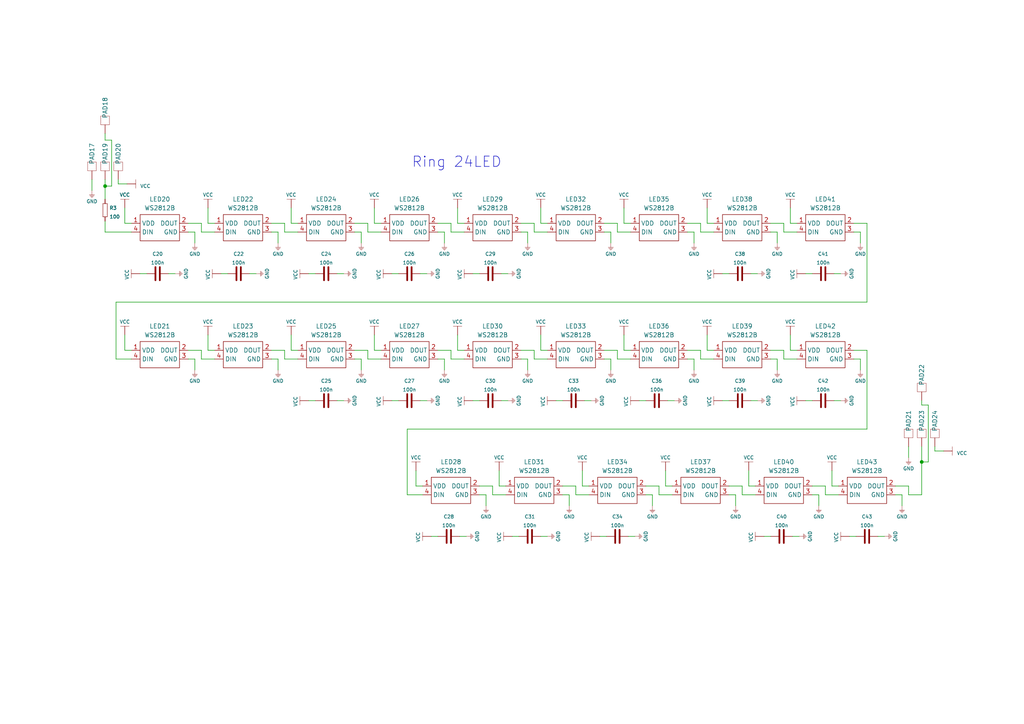
<source format=kicad_sch>
(kicad_sch (version 20211123) (generator eeschema)

  (uuid 2f5b5ccc-aa15-4f45-aaa3-6ef4d0e336c0)

  (paper "A4")

  (title_block
    (title "Smart LED WS2812B Ring7")
    (date "2023-09-28")
    (rev "V1.3.0")
    (company "Soldered")
    (comment 1 "333055")
  )

  (lib_symbols
    (symbol "e-radionica.com schematics:0603C" (pin_numbers hide) (pin_names (offset 0.002)) (in_bom yes) (on_board yes)
      (property "Reference" "C" (id 0) (at -0.635 3.175 0)
        (effects (font (size 1 1)))
      )
      (property "Value" "0603C" (id 1) (at 0 -3.175 0)
        (effects (font (size 1 1)))
      )
      (property "Footprint" "e-radionica.com footprinti:0603C" (id 2) (at 0 0 0)
        (effects (font (size 1 1)) hide)
      )
      (property "Datasheet" "" (id 3) (at 0 0 0)
        (effects (font (size 1 1)) hide)
      )
      (symbol "0603C_0_1"
        (polyline
          (pts
            (xy -0.635 1.905)
            (xy -0.635 -1.905)
          )
          (stroke (width 0.5) (type default) (color 0 0 0 0))
          (fill (type none))
        )
        (polyline
          (pts
            (xy 0.635 1.905)
            (xy 0.635 -1.905)
          )
          (stroke (width 0.5) (type default) (color 0 0 0 0))
          (fill (type none))
        )
      )
      (symbol "0603C_1_1"
        (pin passive line (at -3.175 0 0) (length 2.54)
          (name "~" (effects (font (size 1.27 1.27))))
          (number "1" (effects (font (size 1.27 1.27))))
        )
        (pin passive line (at 3.175 0 180) (length 2.54)
          (name "~" (effects (font (size 1.27 1.27))))
          (number "2" (effects (font (size 1.27 1.27))))
        )
      )
    )
    (symbol "e-radionica.com schematics:0603R" (pin_numbers hide) (pin_names (offset 0.254)) (in_bom yes) (on_board yes)
      (property "Reference" "R" (id 0) (at -1.905 1.905 0)
        (effects (font (size 1 1)))
      )
      (property "Value" "0603R" (id 1) (at 0 -1.905 0)
        (effects (font (size 1 1)))
      )
      (property "Footprint" "e-radionica.com footprinti:0603R" (id 2) (at -0.635 1.905 0)
        (effects (font (size 1 1)) hide)
      )
      (property "Datasheet" "" (id 3) (at -0.635 1.905 0)
        (effects (font (size 1 1)) hide)
      )
      (symbol "0603R_0_1"
        (rectangle (start -1.905 -0.635) (end 1.905 -0.6604)
          (stroke (width 0.1) (type default) (color 0 0 0 0))
          (fill (type none))
        )
        (rectangle (start -1.905 0.635) (end -1.8796 -0.635)
          (stroke (width 0.1) (type default) (color 0 0 0 0))
          (fill (type none))
        )
        (rectangle (start -1.905 0.635) (end 1.905 0.6096)
          (stroke (width 0.1) (type default) (color 0 0 0 0))
          (fill (type none))
        )
        (rectangle (start 1.905 0.635) (end 1.9304 -0.635)
          (stroke (width 0.1) (type default) (color 0 0 0 0))
          (fill (type none))
        )
      )
      (symbol "0603R_1_1"
        (pin passive line (at -3.175 0 0) (length 1.27)
          (name "~" (effects (font (size 1.27 1.27))))
          (number "1" (effects (font (size 1.27 1.27))))
        )
        (pin passive line (at 3.175 0 180) (length 1.27)
          (name "~" (effects (font (size 1.27 1.27))))
          (number "2" (effects (font (size 1.27 1.27))))
        )
      )
    )
    (symbol "e-radionica.com schematics:GND" (power) (pin_names (offset 0)) (in_bom yes) (on_board yes)
      (property "Reference" "#PWR" (id 0) (at 4.445 0 0)
        (effects (font (size 1 1)) hide)
      )
      (property "Value" "GND" (id 1) (at 0 -2.921 0)
        (effects (font (size 1 1)))
      )
      (property "Footprint" "" (id 2) (at 4.445 3.81 0)
        (effects (font (size 1 1)) hide)
      )
      (property "Datasheet" "" (id 3) (at 4.445 3.81 0)
        (effects (font (size 1 1)) hide)
      )
      (property "ki_keywords" "power-flag" (id 4) (at 0 0 0)
        (effects (font (size 1.27 1.27)) hide)
      )
      (property "ki_description" "Power symbol creates a global label with name \"GND\"" (id 5) (at 0 0 0)
        (effects (font (size 1.27 1.27)) hide)
      )
      (symbol "GND_0_1"
        (polyline
          (pts
            (xy -0.762 -1.27)
            (xy 0.762 -1.27)
          )
          (stroke (width 0.0006) (type default) (color 0 0 0 0))
          (fill (type none))
        )
        (polyline
          (pts
            (xy -0.635 -1.524)
            (xy 0.635 -1.524)
          )
          (stroke (width 0.0006) (type default) (color 0 0 0 0))
          (fill (type none))
        )
        (polyline
          (pts
            (xy -0.381 -1.778)
            (xy 0.381 -1.778)
          )
          (stroke (width 0.0006) (type default) (color 0 0 0 0))
          (fill (type none))
        )
        (polyline
          (pts
            (xy -0.127 -2.032)
            (xy 0.127 -2.032)
          )
          (stroke (width 0.0006) (type default) (color 0 0 0 0))
          (fill (type none))
        )
        (polyline
          (pts
            (xy 0 0)
            (xy 0 -1.27)
          )
          (stroke (width 0.0006) (type default) (color 0 0 0 0))
          (fill (type none))
        )
      )
      (symbol "GND_1_1"
        (pin power_in line (at 0 0 270) (length 0) hide
          (name "GND" (effects (font (size 1.27 1.27))))
          (number "1" (effects (font (size 1.27 1.27))))
        )
      )
    )
    (symbol "e-radionica.com schematics:PAD_2x1.5" (pin_numbers hide) (pin_names hide) (in_bom yes) (on_board yes)
      (property "Reference" "PAD" (id 0) (at 0 2.54 0)
        (effects (font (size 1.27 1.27)))
      )
      (property "Value" "PAD_2x1.5" (id 1) (at 0 -2.54 0)
        (effects (font (size 1.27 1.27)))
      )
      (property "Footprint" "e-radionica.com footprinti:PAD_2x1.5" (id 2) (at -1.27 -3.81 0)
        (effects (font (size 1.27 1.27)) hide)
      )
      (property "Datasheet" "" (id 3) (at -1.27 0 0)
        (effects (font (size 1.27 1.27)) hide)
      )
      (symbol "PAD_2x1.5_0_1"
        (rectangle (start -1.27 1.27) (end 1.27 -1.27)
          (stroke (width 0.0006) (type default) (color 0 0 0 0))
          (fill (type none))
        )
      )
      (symbol "PAD_2x1.5_1_1"
        (pin passive line (at -3.81 0 0) (length 2.54)
          (name "~" (effects (font (size 1.27 1.27))))
          (number "1" (effects (font (size 1.27 1.27))))
        )
      )
    )
    (symbol "e-radionica.com schematics:VCC" (power) (pin_names (offset 0)) (in_bom yes) (on_board yes)
      (property "Reference" "#PWR" (id 0) (at 4.445 0 0)
        (effects (font (size 1 1)) hide)
      )
      (property "Value" "VCC" (id 1) (at 0 3.556 0)
        (effects (font (size 1 1)))
      )
      (property "Footprint" "" (id 2) (at 4.445 3.81 0)
        (effects (font (size 1 1)) hide)
      )
      (property "Datasheet" "" (id 3) (at 4.445 3.81 0)
        (effects (font (size 1 1)) hide)
      )
      (property "ki_keywords" "power-flag" (id 4) (at 0 0 0)
        (effects (font (size 1.27 1.27)) hide)
      )
      (property "ki_description" "Power symbol creates a global label with name \"VCC\"" (id 5) (at 0 0 0)
        (effects (font (size 1.27 1.27)) hide)
      )
      (symbol "VCC_0_1"
        (polyline
          (pts
            (xy -1.27 2.54)
            (xy 1.27 2.54)
          )
          (stroke (width 0.0006) (type default) (color 0 0 0 0))
          (fill (type none))
        )
        (polyline
          (pts
            (xy 0 0)
            (xy 0 2.54)
          )
          (stroke (width 0) (type default) (color 0 0 0 0))
          (fill (type none))
        )
      )
      (symbol "VCC_1_1"
        (pin power_in line (at 0 0 90) (length 0) hide
          (name "VCC" (effects (font (size 1.27 1.27))))
          (number "1" (effects (font (size 1.27 1.27))))
        )
      )
    )
    (symbol "e-radionica.com schematics:WS2812B" (in_bom yes) (on_board yes)
      (property "Reference" "LED?" (id 0) (at 2.54 5.08 0)
        (effects (font (size 1.27 1.27)))
      )
      (property "Value" "WS2812B" (id 1) (at 1.27 -5.08 0)
        (effects (font (size 1.27 1.27)))
      )
      (property "Footprint" "e-radionica.com footprinti:WS2812B LED" (id 2) (at 1.27 -8.89 0)
        (effects (font (size 1.27 1.27)) hide)
      )
      (property "Datasheet" "" (id 3) (at 1.27 -8.89 0)
        (effects (font (size 1.27 1.27)) hide)
      )
      (symbol "WS2812B_0_1"
        (polyline
          (pts
            (xy -5.08 3.81)
            (xy 6.35 3.81)
            (xy 6.35 -3.81)
            (xy -5.08 -3.81)
            (xy -5.08 3.81)
          )
          (stroke (width 0.1524) (type default) (color 0 0 0 0))
          (fill (type none))
        )
      )
      (symbol "WS2812B_1_1"
        (pin input line (at -7.62 1.27 0) (length 2.54)
          (name "VDD" (effects (font (size 1.27 1.27))))
          (number "1" (effects (font (size 1.27 1.27))))
        )
        (pin input line (at 8.89 1.27 180) (length 2.54)
          (name "DOUT" (effects (font (size 1.27 1.27))))
          (number "2" (effects (font (size 1.27 1.27))))
        )
        (pin input line (at 8.89 -1.27 180) (length 2.54)
          (name "GND" (effects (font (size 1.27 1.27))))
          (number "3" (effects (font (size 1.27 1.27))))
        )
        (pin input line (at -7.62 -1.27 0) (length 2.54)
          (name "DIN" (effects (font (size 1.27 1.27))))
          (number "4" (effects (font (size 1.27 1.27))))
        )
      )
    )
  )

  (junction (at 267.335 133.985) (diameter 0.9144) (color 0 0 0 0)
    (uuid 2dfa0c75-fd52-40fc-883d-7c2bcf8147bb)
  )
  (junction (at 30.48 53.975) (diameter 0.9144) (color 0 0 0 0)
    (uuid f90ad1de-83da-4d0d-8ba4-9a641de408c9)
  )

  (wire (pts (xy 154.94 64.77) (xy 154.94 67.31))
    (stroke (width 0) (type solid) (color 0 0 0 0))
    (uuid 009ba6d1-6340-4264-9398-2b1fbe8f6958)
  )
  (wire (pts (xy 241.935 79.375) (xy 243.84 79.375))
    (stroke (width 0) (type solid) (color 0 0 0 0))
    (uuid 01a533c8-65a3-4754-add0-6d2b5674c64a)
  )
  (wire (pts (xy 207.01 101.6) (xy 205.105 101.6))
    (stroke (width 0) (type solid) (color 0 0 0 0))
    (uuid 029433a5-6c85-4061-b724-70d6d945fd5c)
  )
  (wire (pts (xy 121.92 116.205) (xy 123.825 116.205))
    (stroke (width 0) (type solid) (color 0 0 0 0))
    (uuid 02dccf8d-ad15-42fd-8fe5-b745fa357c2a)
  )
  (wire (pts (xy 199.39 67.31) (xy 201.295 67.31))
    (stroke (width 0) (type solid) (color 0 0 0 0))
    (uuid 040f88ce-dc38-4891-b479-2af8de8cfe2f)
  )
  (wire (pts (xy 102.87 64.77) (xy 106.68 64.77))
    (stroke (width 0) (type solid) (color 0 0 0 0))
    (uuid 051439dd-1bbd-40e3-89a2-25e5f13b5c0c)
  )
  (wire (pts (xy 48.895 79.375) (xy 50.8 79.375))
    (stroke (width 0) (type solid) (color 0 0 0 0))
    (uuid 0601c5c6-429f-4d4a-9c0b-5811cb2a3dfe)
  )
  (wire (pts (xy 78.74 104.14) (xy 80.645 104.14))
    (stroke (width 0) (type solid) (color 0 0 0 0))
    (uuid 06a06b89-a166-43c0-8bcc-f88dbc9f2fea)
  )
  (wire (pts (xy 106.68 64.77) (xy 106.68 67.31))
    (stroke (width 0) (type solid) (color 0 0 0 0))
    (uuid 0725b648-a999-4eb1-868a-191959de4258)
  )
  (wire (pts (xy 215.265 143.51) (xy 219.075 143.51))
    (stroke (width 0) (type solid) (color 0 0 0 0))
    (uuid 0ac0d458-acb2-4d0a-9919-5b8c48cac303)
  )
  (wire (pts (xy 133.35 155.575) (xy 135.255 155.575))
    (stroke (width 0) (type solid) (color 0 0 0 0))
    (uuid 0c21b9d9-3366-498d-97d8-a18e2e9a748e)
  )
  (wire (pts (xy 122.555 140.97) (xy 120.65 140.97))
    (stroke (width 0) (type solid) (color 0 0 0 0))
    (uuid 0c9b62b0-c454-4609-aea8-17ca9cef86db)
  )
  (wire (pts (xy 217.805 79.375) (xy 219.71 79.375))
    (stroke (width 0) (type solid) (color 0 0 0 0))
    (uuid 0d07cbbe-592b-417c-af7f-93b278caf359)
  )
  (wire (pts (xy 151.13 64.77) (xy 154.94 64.77))
    (stroke (width 0) (type solid) (color 0 0 0 0))
    (uuid 0d425d1f-2ee5-4166-941f-6a874a702f21)
  )
  (wire (pts (xy 217.805 116.205) (xy 219.71 116.205))
    (stroke (width 0) (type solid) (color 0 0 0 0))
    (uuid 0e680b21-e6f2-45ae-8759-a88ac3e6122b)
  )
  (wire (pts (xy 84.455 97.155) (xy 84.455 101.6))
    (stroke (width 0) (type solid) (color 0 0 0 0))
    (uuid 0ee253fe-d866-4e22-91d5-9b3c7448a2a7)
  )
  (wire (pts (xy 233.68 116.205) (xy 235.585 116.205))
    (stroke (width 0) (type solid) (color 0 0 0 0))
    (uuid 0f561cee-5930-46e8-8fea-020d7ff692e2)
  )
  (wire (pts (xy 205.105 60.325) (xy 205.105 64.77))
    (stroke (width 0) (type solid) (color 0 0 0 0))
    (uuid 0f8ce033-96ab-4c4c-84ee-044205e8dd34)
  )
  (wire (pts (xy 128.905 67.31) (xy 128.905 70.485))
    (stroke (width 0) (type solid) (color 0 0 0 0))
    (uuid 116b9c9a-ed97-48be-b153-90023f79c98b)
  )
  (wire (pts (xy 82.55 101.6) (xy 82.55 104.14))
    (stroke (width 0) (type solid) (color 0 0 0 0))
    (uuid 140058e3-f5f1-4891-9f16-139c61f267cb)
  )
  (wire (pts (xy 209.55 116.205) (xy 211.455 116.205))
    (stroke (width 0) (type solid) (color 0 0 0 0))
    (uuid 158b4f77-2730-42bd-985e-ea6e9cc499b0)
  )
  (wire (pts (xy 173.99 155.575) (xy 175.895 155.575))
    (stroke (width 0) (type solid) (color 0 0 0 0))
    (uuid 1609382b-44c7-4bab-b75d-990b23e23515)
  )
  (wire (pts (xy 30.48 64.135) (xy 30.48 67.31))
    (stroke (width 0) (type solid) (color 0 0 0 0))
    (uuid 1880eb20-212d-4fb7-a980-3115805287b3)
  )
  (wire (pts (xy 203.2 67.31) (xy 207.01 67.31))
    (stroke (width 0) (type solid) (color 0 0 0 0))
    (uuid 1961f009-3ed9-4e37-a055-5c03023582c3)
  )
  (wire (pts (xy 170.815 140.97) (xy 168.91 140.97))
    (stroke (width 0) (type solid) (color 0 0 0 0))
    (uuid 1a77b2a7-30fd-4e6e-a88d-b3fbf68b81fa)
  )
  (wire (pts (xy 175.26 64.77) (xy 179.07 64.77))
    (stroke (width 0) (type solid) (color 0 0 0 0))
    (uuid 1a8591ca-33da-46ca-9bbc-b4d6a8233628)
  )
  (wire (pts (xy 187.325 140.97) (xy 191.135 140.97))
    (stroke (width 0) (type solid) (color 0 0 0 0))
    (uuid 1ad69de7-3069-4816-80ad-6cd0aaa9520d)
  )
  (wire (pts (xy 132.715 60.325) (xy 132.715 64.77))
    (stroke (width 0) (type solid) (color 0 0 0 0))
    (uuid 1b890e9c-6309-4c9e-8cde-6739a2fdc51d)
  )
  (wire (pts (xy 199.39 101.6) (xy 203.2 101.6))
    (stroke (width 0) (type solid) (color 0 0 0 0))
    (uuid 1e0378df-4eb5-4433-998b-5f346ec4a88e)
  )
  (wire (pts (xy 177.165 104.14) (xy 177.165 107.315))
    (stroke (width 0) (type solid) (color 0 0 0 0))
    (uuid 1f59ac14-c469-4651-bf01-b3cb29ff6018)
  )
  (wire (pts (xy 267.335 117.475) (xy 269.24 117.475))
    (stroke (width 0) (type solid) (color 0 0 0 0))
    (uuid 1f740a2f-d79d-44b0-a416-bff948bc1a80)
  )
  (wire (pts (xy 142.875 143.51) (xy 146.685 143.51))
    (stroke (width 0) (type solid) (color 0 0 0 0))
    (uuid 2057a013-d2ee-4f78-aa34-4bcff2a7be89)
  )
  (wire (pts (xy 137.16 116.205) (xy 139.065 116.205))
    (stroke (width 0) (type solid) (color 0 0 0 0))
    (uuid 205e2e86-30f7-49e7-a856-55e0032615f9)
  )
  (wire (pts (xy 211.455 143.51) (xy 213.36 143.51))
    (stroke (width 0) (type solid) (color 0 0 0 0))
    (uuid 20a90bea-3a29-4dc3-84a1-b15ce2cb1d79)
  )
  (wire (pts (xy 108.585 97.155) (xy 108.585 101.6))
    (stroke (width 0) (type solid) (color 0 0 0 0))
    (uuid 20af9ff0-11d8-4764-9074-bca1bc26fae8)
  )
  (wire (pts (xy 199.39 64.77) (xy 203.2 64.77))
    (stroke (width 0) (type solid) (color 0 0 0 0))
    (uuid 22e512bd-7f90-4af2-931a-8b076805a970)
  )
  (wire (pts (xy 259.715 143.51) (xy 261.62 143.51))
    (stroke (width 0) (type solid) (color 0 0 0 0))
    (uuid 24b0029d-9432-49b5-a6d7-81ccf56feb0c)
  )
  (wire (pts (xy 182.88 101.6) (xy 180.975 101.6))
    (stroke (width 0) (type solid) (color 0 0 0 0))
    (uuid 26af7d9e-dc38-4cf8-a63e-1a4f04066f67)
  )
  (wire (pts (xy 259.715 140.97) (xy 263.525 140.97))
    (stroke (width 0) (type solid) (color 0 0 0 0))
    (uuid 2774eb67-0a94-4e74-915f-9d09ff2f8b4a)
  )
  (wire (pts (xy 58.42 101.6) (xy 58.42 104.14))
    (stroke (width 0) (type solid) (color 0 0 0 0))
    (uuid 283299da-49fe-4b34-b19e-9e590fcf5363)
  )
  (wire (pts (xy 153.035 104.14) (xy 153.035 107.315))
    (stroke (width 0) (type solid) (color 0 0 0 0))
    (uuid 28bb238b-1f96-4a1a-9b1f-bd11063302a1)
  )
  (wire (pts (xy 163.195 140.97) (xy 167.005 140.97))
    (stroke (width 0) (type solid) (color 0 0 0 0))
    (uuid 28c8b1d8-184c-487f-991e-2a87c5da7fbc)
  )
  (wire (pts (xy 34.29 52.07) (xy 34.29 53.34))
    (stroke (width 0) (type solid) (color 0 0 0 0))
    (uuid 2a60f452-a246-4b1f-bb7b-329423afff1a)
  )
  (wire (pts (xy 223.52 64.77) (xy 227.33 64.77))
    (stroke (width 0) (type solid) (color 0 0 0 0))
    (uuid 2b47feb8-af98-40fd-ae25-7fc167efcb0e)
  )
  (wire (pts (xy 267.335 116.205) (xy 267.335 117.475))
    (stroke (width 0) (type solid) (color 0 0 0 0))
    (uuid 2b4d0731-66a8-464e-8290-5cdc01f0617c)
  )
  (wire (pts (xy 146.685 140.97) (xy 144.78 140.97))
    (stroke (width 0) (type solid) (color 0 0 0 0))
    (uuid 2d2d483f-8343-4971-8539-7b654043fac0)
  )
  (wire (pts (xy 104.775 104.14) (xy 104.775 107.315))
    (stroke (width 0) (type solid) (color 0 0 0 0))
    (uuid 2dbcb893-1957-4f47-a0d3-2a002434e792)
  )
  (wire (pts (xy 180.975 60.325) (xy 180.975 64.77))
    (stroke (width 0) (type solid) (color 0 0 0 0))
    (uuid 30725bb2-ea7f-4874-a208-e08be89c9483)
  )
  (wire (pts (xy 82.55 64.77) (xy 82.55 67.31))
    (stroke (width 0) (type solid) (color 0 0 0 0))
    (uuid 31c3dcb0-f86b-45a7-98da-7080d19312b5)
  )
  (wire (pts (xy 227.33 64.77) (xy 227.33 67.31))
    (stroke (width 0) (type solid) (color 0 0 0 0))
    (uuid 33a77d0a-6f8c-4655-bcf1-8dcb8360d67c)
  )
  (wire (pts (xy 127 67.31) (xy 128.905 67.31))
    (stroke (width 0) (type solid) (color 0 0 0 0))
    (uuid 37bf49f5-cdc0-41ff-ac2f-faa8eabe7d4b)
  )
  (wire (pts (xy 36.195 97.155) (xy 36.195 101.6))
    (stroke (width 0) (type solid) (color 0 0 0 0))
    (uuid 381c8ff2-81b6-493f-8f67-920716d2cbe9)
  )
  (wire (pts (xy 118.11 143.51) (xy 122.555 143.51))
    (stroke (width 0) (type solid) (color 0 0 0 0))
    (uuid 3a517106-3e10-4e90-bcff-457c3a98adf6)
  )
  (wire (pts (xy 36.195 60.325) (xy 36.195 64.77))
    (stroke (width 0) (type solid) (color 0 0 0 0))
    (uuid 3bdcfe7e-f770-48be-bccc-156fb5698bb1)
  )
  (wire (pts (xy 163.195 143.51) (xy 165.1 143.51))
    (stroke (width 0) (type solid) (color 0 0 0 0))
    (uuid 3cdba6b3-63b5-43df-9c4d-59c941134088)
  )
  (wire (pts (xy 127 64.77) (xy 130.81 64.77))
    (stroke (width 0) (type solid) (color 0 0 0 0))
    (uuid 3dcf2b9c-9149-4aa9-9578-69b714aea544)
  )
  (wire (pts (xy 145.415 79.375) (xy 147.32 79.375))
    (stroke (width 0) (type solid) (color 0 0 0 0))
    (uuid 3f23780f-2af2-4271-ac86-178ff8cec741)
  )
  (wire (pts (xy 203.2 101.6) (xy 203.2 104.14))
    (stroke (width 0) (type solid) (color 0 0 0 0))
    (uuid 406b0538-e407-42dc-b3f5-635fd43e5eaf)
  )
  (wire (pts (xy 179.07 101.6) (xy 179.07 104.14))
    (stroke (width 0) (type solid) (color 0 0 0 0))
    (uuid 420271c2-554c-4e33-812e-84a2e99e030e)
  )
  (wire (pts (xy 56.515 104.14) (xy 56.515 107.315))
    (stroke (width 0) (type solid) (color 0 0 0 0))
    (uuid 43738895-35fd-459a-8833-39825fb0582a)
  )
  (wire (pts (xy 38.1 101.6) (xy 36.195 101.6))
    (stroke (width 0) (type solid) (color 0 0 0 0))
    (uuid 4404d463-4c7b-4e3d-acec-c8797e50b819)
  )
  (wire (pts (xy 227.33 101.6) (xy 227.33 104.14))
    (stroke (width 0) (type solid) (color 0 0 0 0))
    (uuid 4408f300-2d00-4d8f-abbc-64a9f8f7b126)
  )
  (wire (pts (xy 207.01 64.77) (xy 205.105 64.77))
    (stroke (width 0) (type solid) (color 0 0 0 0))
    (uuid 44d62083-6448-4c18-8ca2-2efba9a4c536)
  )
  (wire (pts (xy 213.36 143.51) (xy 213.36 146.685))
    (stroke (width 0) (type solid) (color 0 0 0 0))
    (uuid 4511acdb-d9e9-4585-9b5c-678a5acd9596)
  )
  (wire (pts (xy 168.91 136.525) (xy 168.91 140.97))
    (stroke (width 0) (type solid) (color 0 0 0 0))
    (uuid 460f06ee-0660-4fd7-8844-7161bfb9b375)
  )
  (wire (pts (xy 33.655 87.63) (xy 33.655 104.14))
    (stroke (width 0) (type solid) (color 0 0 0 0))
    (uuid 463c1ffd-5366-4e72-a9bb-7a1a83253744)
  )
  (wire (pts (xy 175.26 67.31) (xy 177.165 67.31))
    (stroke (width 0) (type solid) (color 0 0 0 0))
    (uuid 469d8a3b-d7d4-451d-9f05-4179e3ea8735)
  )
  (wire (pts (xy 33.655 104.14) (xy 38.1 104.14))
    (stroke (width 0) (type solid) (color 0 0 0 0))
    (uuid 4818779e-2172-4db1-86f9-e082cb480db6)
  )
  (wire (pts (xy 225.425 67.31) (xy 225.425 70.485))
    (stroke (width 0) (type solid) (color 0 0 0 0))
    (uuid 49665fa2-41f0-41f2-9483-797cd7d86078)
  )
  (wire (pts (xy 62.23 101.6) (xy 60.325 101.6))
    (stroke (width 0) (type solid) (color 0 0 0 0))
    (uuid 4ba31214-2887-4bb9-bf38-cef6dcd102cf)
  )
  (wire (pts (xy 102.87 104.14) (xy 104.775 104.14))
    (stroke (width 0) (type solid) (color 0 0 0 0))
    (uuid 4bae80ae-0865-4c99-8f93-5b3aff8a59f8)
  )
  (wire (pts (xy 145.415 116.205) (xy 147.32 116.205))
    (stroke (width 0) (type solid) (color 0 0 0 0))
    (uuid 4bb27e00-d1b0-4563-8787-92c093712a32)
  )
  (wire (pts (xy 30.48 38.735) (xy 30.48 40.64))
    (stroke (width 0) (type solid) (color 0 0 0 0))
    (uuid 4bbde958-c1c7-4e1c-a88d-1868c41e3213)
  )
  (wire (pts (xy 235.585 140.97) (xy 239.395 140.97))
    (stroke (width 0) (type solid) (color 0 0 0 0))
    (uuid 4cb9ad4d-7a59-4f13-93de-8fc63ad574db)
  )
  (wire (pts (xy 251.46 87.63) (xy 33.655 87.63))
    (stroke (width 0) (type solid) (color 0 0 0 0))
    (uuid 4d2d8d89-0803-4f6e-a9e7-0cdd9203d192)
  )
  (wire (pts (xy 201.295 67.31) (xy 201.295 70.485))
    (stroke (width 0) (type solid) (color 0 0 0 0))
    (uuid 4d79f395-044a-420b-8624-875d42b2413b)
  )
  (wire (pts (xy 167.005 140.97) (xy 167.005 143.51))
    (stroke (width 0) (type solid) (color 0 0 0 0))
    (uuid 4e10a3d7-2c9c-4065-bd91-b334bcf1d6b1)
  )
  (wire (pts (xy 97.79 116.205) (xy 99.695 116.205))
    (stroke (width 0) (type solid) (color 0 0 0 0))
    (uuid 4feb73de-f4cf-43d2-9a0a-a4ab59b35281)
  )
  (wire (pts (xy 249.555 67.31) (xy 249.555 70.485))
    (stroke (width 0) (type solid) (color 0 0 0 0))
    (uuid 50e3e544-b5ef-44e7-9097-c04d31ce41b1)
  )
  (wire (pts (xy 118.11 124.46) (xy 118.11 143.51))
    (stroke (width 0) (type solid) (color 0 0 0 0))
    (uuid 511db01d-9e83-465e-98be-3535fa347d8c)
  )
  (wire (pts (xy 246.38 155.575) (xy 248.285 155.575))
    (stroke (width 0) (type solid) (color 0 0 0 0))
    (uuid 53d8421b-7b98-4e13-9eba-02eda7e9e4a0)
  )
  (wire (pts (xy 54.61 104.14) (xy 56.515 104.14))
    (stroke (width 0) (type solid) (color 0 0 0 0))
    (uuid 540d03a1-b787-4d50-8e91-8edaf9aa71c9)
  )
  (wire (pts (xy 180.975 97.155) (xy 180.975 101.6))
    (stroke (width 0) (type solid) (color 0 0 0 0))
    (uuid 5453f0e4-6050-49df-a839-2a463f4925ee)
  )
  (wire (pts (xy 231.14 64.77) (xy 229.235 64.77))
    (stroke (width 0) (type solid) (color 0 0 0 0))
    (uuid 54fe4c27-f707-4eaa-b68e-1118443bd8ab)
  )
  (wire (pts (xy 237.49 143.51) (xy 237.49 146.685))
    (stroke (width 0) (type solid) (color 0 0 0 0))
    (uuid 55630fb9-4ecd-4df8-b090-5a2d5df6a67e)
  )
  (wire (pts (xy 161.29 116.205) (xy 163.195 116.205))
    (stroke (width 0) (type solid) (color 0 0 0 0))
    (uuid 55979b86-acbc-4334-b6e2-ded57f9cb864)
  )
  (wire (pts (xy 221.615 155.575) (xy 223.52 155.575))
    (stroke (width 0) (type solid) (color 0 0 0 0))
    (uuid 567914dd-9668-44be-8561-30079b295883)
  )
  (wire (pts (xy 247.65 64.77) (xy 251.46 64.77))
    (stroke (width 0) (type solid) (color 0 0 0 0))
    (uuid 5881408a-55e2-49c7-85df-a387c777ba1a)
  )
  (wire (pts (xy 205.105 97.155) (xy 205.105 101.6))
    (stroke (width 0) (type solid) (color 0 0 0 0))
    (uuid 5ab238eb-8876-4fe9-8680-19c76fc8c5d1)
  )
  (wire (pts (xy 227.33 67.31) (xy 231.14 67.31))
    (stroke (width 0) (type solid) (color 0 0 0 0))
    (uuid 5b3bdcf4-2f94-450c-9715-c0affb71f163)
  )
  (wire (pts (xy 185.42 116.205) (xy 187.325 116.205))
    (stroke (width 0) (type solid) (color 0 0 0 0))
    (uuid 5bc358d9-5497-45fd-a408-681bf1c8e206)
  )
  (wire (pts (xy 89.535 79.375) (xy 91.44 79.375))
    (stroke (width 0) (type solid) (color 0 0 0 0))
    (uuid 5bebda4e-b5da-48c2-ac93-396c4bf2e3fd)
  )
  (wire (pts (xy 80.645 67.31) (xy 80.645 70.485))
    (stroke (width 0) (type solid) (color 0 0 0 0))
    (uuid 5d12c2cf-1654-4324-a656-176337d6647e)
  )
  (wire (pts (xy 34.29 53.34) (xy 36.83 53.34))
    (stroke (width 0) (type solid) (color 0 0 0 0))
    (uuid 5e24d4b8-0e4c-4e6a-906a-b62bac666f16)
  )
  (wire (pts (xy 194.945 140.97) (xy 193.04 140.97))
    (stroke (width 0) (type solid) (color 0 0 0 0))
    (uuid 5e3bdebc-7a95-4835-9baf-e58899a1e963)
  )
  (wire (pts (xy 113.665 116.205) (xy 115.57 116.205))
    (stroke (width 0) (type solid) (color 0 0 0 0))
    (uuid 5e682cdd-adc1-45d8-8c8c-2255e70ed2ae)
  )
  (wire (pts (xy 211.455 140.97) (xy 215.265 140.97))
    (stroke (width 0) (type solid) (color 0 0 0 0))
    (uuid 5fc7946e-190c-407b-b8f5-91b9f37ec729)
  )
  (wire (pts (xy 110.49 101.6) (xy 108.585 101.6))
    (stroke (width 0) (type solid) (color 0 0 0 0))
    (uuid 60c19d09-dff2-4b75-b3d0-a08c71d2f6c0)
  )
  (wire (pts (xy 269.24 133.985) (xy 267.335 133.985))
    (stroke (width 0) (type solid) (color 0 0 0 0))
    (uuid 61936773-3a86-4ad7-a3f7-79fe42d4801c)
  )
  (wire (pts (xy 78.74 101.6) (xy 82.55 101.6))
    (stroke (width 0) (type solid) (color 0 0 0 0))
    (uuid 62e050c2-0109-4af3-a8cf-6e73d982de24)
  )
  (wire (pts (xy 169.545 116.205) (xy 171.45 116.205))
    (stroke (width 0) (type solid) (color 0 0 0 0))
    (uuid 658f98a2-c41f-4203-882e-513e3bf60a3d)
  )
  (wire (pts (xy 40.64 79.375) (xy 42.545 79.375))
    (stroke (width 0) (type solid) (color 0 0 0 0))
    (uuid 68fa3f7e-6cf7-4f32-accd-5d72e824b78e)
  )
  (wire (pts (xy 132.715 97.155) (xy 132.715 101.6))
    (stroke (width 0) (type solid) (color 0 0 0 0))
    (uuid 695ebea2-c38a-486f-bf80-fe8474530a8e)
  )
  (wire (pts (xy 156.845 97.155) (xy 156.845 101.6))
    (stroke (width 0) (type solid) (color 0 0 0 0))
    (uuid 6afd796a-10a4-4fe7-a7b4-d07c3721aab6)
  )
  (wire (pts (xy 239.395 140.97) (xy 239.395 143.51))
    (stroke (width 0) (type solid) (color 0 0 0 0))
    (uuid 6df5daab-4c21-4240-9816-377e45d59fb9)
  )
  (wire (pts (xy 241.935 116.205) (xy 243.84 116.205))
    (stroke (width 0) (type solid) (color 0 0 0 0))
    (uuid 6f89c48b-e268-40d2-a5d4-4f8eaf2e354e)
  )
  (wire (pts (xy 199.39 104.14) (xy 201.295 104.14))
    (stroke (width 0) (type solid) (color 0 0 0 0))
    (uuid 6fedafba-1972-49b1-a9d7-83403df1287b)
  )
  (wire (pts (xy 151.13 101.6) (xy 154.94 101.6))
    (stroke (width 0) (type solid) (color 0 0 0 0))
    (uuid 6fee3700-3d53-4ec4-9c7d-385283942d3a)
  )
  (wire (pts (xy 247.65 101.6) (xy 251.46 101.6))
    (stroke (width 0) (type solid) (color 0 0 0 0))
    (uuid 71a055bd-72d5-4ecc-a050-f93859916189)
  )
  (wire (pts (xy 151.13 67.31) (xy 153.035 67.31))
    (stroke (width 0) (type solid) (color 0 0 0 0))
    (uuid 726993a3-093b-4d86-9703-a2ff1ffc0cb3)
  )
  (wire (pts (xy 58.42 64.77) (xy 58.42 67.31))
    (stroke (width 0) (type solid) (color 0 0 0 0))
    (uuid 733d3fbb-b4be-4b98-a75b-a3dd08d62684)
  )
  (wire (pts (xy 127 104.14) (xy 128.905 104.14))
    (stroke (width 0) (type solid) (color 0 0 0 0))
    (uuid 75fee133-b77e-4e18-bd20-3447daff406c)
  )
  (wire (pts (xy 30.48 53.975) (xy 30.48 57.785))
    (stroke (width 0) (type solid) (color 0 0 0 0))
    (uuid 7a5b9106-39ab-4cfe-b7a5-46fbebb3357b)
  )
  (wire (pts (xy 227.33 104.14) (xy 231.14 104.14))
    (stroke (width 0) (type solid) (color 0 0 0 0))
    (uuid 7ac0ea5b-922d-4605-87da-7e0be699231d)
  )
  (wire (pts (xy 267.335 129.54) (xy 267.335 133.985))
    (stroke (width 0) (type solid) (color 0 0 0 0))
    (uuid 7ac57394-7d2d-4ebd-8a7a-d18d32105c78)
  )
  (wire (pts (xy 134.62 64.77) (xy 132.715 64.77))
    (stroke (width 0) (type solid) (color 0 0 0 0))
    (uuid 7b34cb50-3b01-41f2-bd94-bfe3a89930c6)
  )
  (wire (pts (xy 86.36 101.6) (xy 84.455 101.6))
    (stroke (width 0) (type solid) (color 0 0 0 0))
    (uuid 7b7cc8e1-a574-44c5-bdb2-995ff43bb78e)
  )
  (wire (pts (xy 153.035 67.31) (xy 153.035 70.485))
    (stroke (width 0) (type solid) (color 0 0 0 0))
    (uuid 7ced5e86-299f-4bb5-bb14-7833375ffcd6)
  )
  (wire (pts (xy 82.55 67.31) (xy 86.36 67.31))
    (stroke (width 0) (type solid) (color 0 0 0 0))
    (uuid 7e342b4f-7501-49c0-90f6-b46e91677352)
  )
  (wire (pts (xy 154.94 67.31) (xy 158.75 67.31))
    (stroke (width 0) (type solid) (color 0 0 0 0))
    (uuid 7e771610-b939-46e9-b4ba-d583d22aad23)
  )
  (wire (pts (xy 106.68 67.31) (xy 110.49 67.31))
    (stroke (width 0) (type solid) (color 0 0 0 0))
    (uuid 801c87fa-127a-42a1-8119-095fa2a3333c)
  )
  (wire (pts (xy 233.68 79.375) (xy 235.585 79.375))
    (stroke (width 0) (type solid) (color 0 0 0 0))
    (uuid 80913f86-393a-46cc-9cdc-441ae9cc10a1)
  )
  (wire (pts (xy 225.425 104.14) (xy 225.425 107.315))
    (stroke (width 0) (type solid) (color 0 0 0 0))
    (uuid 8189ec0f-0b32-43c6-b6b6-1a9a625f6470)
  )
  (wire (pts (xy 179.07 67.31) (xy 182.88 67.31))
    (stroke (width 0) (type solid) (color 0 0 0 0))
    (uuid 877ba4c9-6f08-4c0f-b708-038189c583b8)
  )
  (wire (pts (xy 182.245 155.575) (xy 184.15 155.575))
    (stroke (width 0) (type solid) (color 0 0 0 0))
    (uuid 880aa2fd-4f71-4bb9-b4b8-85212c11246e)
  )
  (wire (pts (xy 219.075 140.97) (xy 217.17 140.97))
    (stroke (width 0) (type solid) (color 0 0 0 0))
    (uuid 8901df29-aafb-4aa7-b981-245136d839ab)
  )
  (wire (pts (xy 30.48 67.31) (xy 38.1 67.31))
    (stroke (width 0) (type solid) (color 0 0 0 0))
    (uuid 894ada9f-b044-46d9-bcba-512f781dd64f)
  )
  (wire (pts (xy 249.555 104.14) (xy 249.555 107.315))
    (stroke (width 0) (type solid) (color 0 0 0 0))
    (uuid 8bbb6334-5e33-4a54-866e-e5971a9728db)
  )
  (wire (pts (xy 158.75 64.77) (xy 156.845 64.77))
    (stroke (width 0) (type solid) (color 0 0 0 0))
    (uuid 8e187a69-36a2-4969-8d90-08ed49d1ab56)
  )
  (wire (pts (xy 177.165 67.31) (xy 177.165 70.485))
    (stroke (width 0) (type solid) (color 0 0 0 0))
    (uuid 9498f042-02bb-40fc-9ba4-8649cd18fbfe)
  )
  (wire (pts (xy 251.46 124.46) (xy 118.11 124.46))
    (stroke (width 0) (type solid) (color 0 0 0 0))
    (uuid 95b9e628-bcb2-4efe-b9a6-937cc1638849)
  )
  (wire (pts (xy 251.46 64.77) (xy 251.46 87.63))
    (stroke (width 0) (type solid) (color 0 0 0 0))
    (uuid 966c8a36-b5d2-471e-b2ac-5b9aa4ff76f6)
  )
  (wire (pts (xy 229.87 155.575) (xy 231.775 155.575))
    (stroke (width 0) (type solid) (color 0 0 0 0))
    (uuid 96dcb930-7b5b-4d28-893d-dca3dc5cde7a)
  )
  (wire (pts (xy 269.24 117.475) (xy 269.24 133.985))
    (stroke (width 0) (type solid) (color 0 0 0 0))
    (uuid 9772b5f0-9f33-4297-93ab-ede2902124cb)
  )
  (wire (pts (xy 223.52 67.31) (xy 225.425 67.31))
    (stroke (width 0) (type solid) (color 0 0 0 0))
    (uuid 97d9247c-a119-4461-b0c3-5af09cef93ab)
  )
  (wire (pts (xy 139.065 140.97) (xy 142.875 140.97))
    (stroke (width 0) (type solid) (color 0 0 0 0))
    (uuid 98b8712f-03a6-454b-853f-d72ca4b19a26)
  )
  (wire (pts (xy 134.62 101.6) (xy 132.715 101.6))
    (stroke (width 0) (type solid) (color 0 0 0 0))
    (uuid 98c43b6d-e610-4ffd-a043-24469de85a13)
  )
  (wire (pts (xy 271.145 129.54) (xy 271.145 130.81))
    (stroke (width 0) (type solid) (color 0 0 0 0))
    (uuid 9a2dbec5-9395-4a02-a33f-494b6fc8ee0a)
  )
  (wire (pts (xy 120.65 136.525) (xy 120.65 140.97))
    (stroke (width 0) (type solid) (color 0 0 0 0))
    (uuid 9a7656e0-c42d-4969-98ee-889475de29b9)
  )
  (wire (pts (xy 201.295 104.14) (xy 201.295 107.315))
    (stroke (width 0) (type solid) (color 0 0 0 0))
    (uuid 9a8b00a8-a444-4e51-82b2-0bc03c37b1ce)
  )
  (wire (pts (xy 32.385 40.64) (xy 32.385 53.975))
    (stroke (width 0) (type solid) (color 0 0 0 0))
    (uuid 9d04ac94-91cc-4547-a9b6-7b71e0e26b21)
  )
  (wire (pts (xy 239.395 143.51) (xy 243.205 143.51))
    (stroke (width 0) (type solid) (color 0 0 0 0))
    (uuid 9e0f9b2b-e1bd-47d3-9a98-b36c8a692f7e)
  )
  (wire (pts (xy 151.13 104.14) (xy 153.035 104.14))
    (stroke (width 0) (type solid) (color 0 0 0 0))
    (uuid 9e4de0bf-c7a2-47d2-a086-dc6f0af14017)
  )
  (wire (pts (xy 60.325 60.325) (xy 60.325 64.77))
    (stroke (width 0) (type solid) (color 0 0 0 0))
    (uuid 9e9c3c11-968f-4745-adaa-746ac686ccb7)
  )
  (wire (pts (xy 56.515 67.31) (xy 56.515 70.485))
    (stroke (width 0) (type solid) (color 0 0 0 0))
    (uuid 9ec51f48-3d9f-4259-a2f1-9fd7e6e5dadb)
  )
  (wire (pts (xy 263.525 143.51) (xy 267.335 143.51))
    (stroke (width 0) (type solid) (color 0 0 0 0))
    (uuid 9f0bc463-d9f6-4114-a008-d2028262c0da)
  )
  (wire (pts (xy 156.845 60.325) (xy 156.845 64.77))
    (stroke (width 0) (type solid) (color 0 0 0 0))
    (uuid a2643fcd-9d57-4c5a-bbb2-1b9fa1c32a2c)
  )
  (wire (pts (xy 158.75 101.6) (xy 156.845 101.6))
    (stroke (width 0) (type solid) (color 0 0 0 0))
    (uuid a2bf051a-9e14-4fcd-ac84-cb22e1ecace3)
  )
  (wire (pts (xy 263.525 129.54) (xy 263.525 132.715))
    (stroke (width 0) (type solid) (color 0 0 0 0))
    (uuid a329c42c-5f5f-4298-bfde-399bb7f48ea7)
  )
  (wire (pts (xy 229.235 97.155) (xy 229.235 101.6))
    (stroke (width 0) (type solid) (color 0 0 0 0))
    (uuid a32bf260-d593-485f-81f7-d5180e003f52)
  )
  (wire (pts (xy 130.81 104.14) (xy 134.62 104.14))
    (stroke (width 0) (type solid) (color 0 0 0 0))
    (uuid a3cb161d-1133-48f4-8bb2-daee4bd98378)
  )
  (wire (pts (xy 189.23 143.51) (xy 189.23 146.685))
    (stroke (width 0) (type solid) (color 0 0 0 0))
    (uuid a4aca7af-7e01-4d33-9da4-6a10445f9924)
  )
  (wire (pts (xy 125.095 155.575) (xy 127 155.575))
    (stroke (width 0) (type solid) (color 0 0 0 0))
    (uuid a541849a-df89-4690-b9e4-1f46ceb1c5fb)
  )
  (wire (pts (xy 156.845 155.575) (xy 158.75 155.575))
    (stroke (width 0) (type solid) (color 0 0 0 0))
    (uuid a57c8f49-d8f4-4111-9a42-6f40731d2058)
  )
  (wire (pts (xy 231.14 101.6) (xy 229.235 101.6))
    (stroke (width 0) (type solid) (color 0 0 0 0))
    (uuid a7df2d92-bb64-4799-bf2e-a470e518e233)
  )
  (wire (pts (xy 80.645 104.14) (xy 80.645 107.315))
    (stroke (width 0) (type solid) (color 0 0 0 0))
    (uuid acf647dd-347b-4729-8b53-5b4d177e8d21)
  )
  (wire (pts (xy 130.81 101.6) (xy 130.81 104.14))
    (stroke (width 0) (type solid) (color 0 0 0 0))
    (uuid aecac228-1cca-4994-9639-ad5e27f75eba)
  )
  (wire (pts (xy 86.36 64.77) (xy 84.455 64.77))
    (stroke (width 0) (type solid) (color 0 0 0 0))
    (uuid af1397ac-c43a-42ab-939c-a27a973e854a)
  )
  (wire (pts (xy 130.81 67.31) (xy 134.62 67.31))
    (stroke (width 0) (type solid) (color 0 0 0 0))
    (uuid af682c9c-0ba6-4624-abc2-85dc01025aad)
  )
  (wire (pts (xy 106.68 104.14) (xy 110.49 104.14))
    (stroke (width 0) (type solid) (color 0 0 0 0))
    (uuid afe948da-6ab0-42e7-a1f3-2a759be377bf)
  )
  (wire (pts (xy 30.48 40.64) (xy 32.385 40.64))
    (stroke (width 0) (type solid) (color 0 0 0 0))
    (uuid b041e0ee-1478-436a-9f17-cd2e83a911fa)
  )
  (wire (pts (xy 38.1 64.77) (xy 36.195 64.77))
    (stroke (width 0) (type solid) (color 0 0 0 0))
    (uuid b199a8ce-ac04-4537-a164-631a8a6e80cd)
  )
  (wire (pts (xy 54.61 64.77) (xy 58.42 64.77))
    (stroke (width 0) (type solid) (color 0 0 0 0))
    (uuid b1d71171-4ac7-4c68-908c-1cb682266a3d)
  )
  (wire (pts (xy 89.535 116.205) (xy 91.44 116.205))
    (stroke (width 0) (type solid) (color 0 0 0 0))
    (uuid b1d7a28d-7369-4387-ab08-39df99bec340)
  )
  (wire (pts (xy 108.585 60.325) (xy 108.585 64.77))
    (stroke (width 0) (type solid) (color 0 0 0 0))
    (uuid b31577ba-5114-45c4-8ae0-0cbc1e020115)
  )
  (wire (pts (xy 26.67 52.07) (xy 26.67 55.245))
    (stroke (width 0) (type solid) (color 0 0 0 0))
    (uuid b321a081-2cca-4486-8e91-99e2d18fb3f8)
  )
  (wire (pts (xy 142.875 140.97) (xy 142.875 143.51))
    (stroke (width 0) (type solid) (color 0 0 0 0))
    (uuid b441ccc2-3ac2-4218-a58f-c0854ddc1b67)
  )
  (wire (pts (xy 271.145 130.81) (xy 273.685 130.81))
    (stroke (width 0) (type solid) (color 0 0 0 0))
    (uuid b45c6eb3-d789-45ae-9e96-aec465702bee)
  )
  (wire (pts (xy 247.65 104.14) (xy 249.555 104.14))
    (stroke (width 0) (type solid) (color 0 0 0 0))
    (uuid bad947c8-b3f8-4080-bfe6-9f572a0f6451)
  )
  (wire (pts (xy 261.62 143.51) (xy 261.62 146.685))
    (stroke (width 0) (type solid) (color 0 0 0 0))
    (uuid bc161a6a-6e4d-46ee-8c8d-033dfb0239f0)
  )
  (wire (pts (xy 62.23 64.77) (xy 60.325 64.77))
    (stroke (width 0) (type solid) (color 0 0 0 0))
    (uuid bd2458e0-15f5-4cc1-ba1d-c18c32711925)
  )
  (wire (pts (xy 97.79 79.375) (xy 99.695 79.375))
    (stroke (width 0) (type solid) (color 0 0 0 0))
    (uuid bd3ba347-428f-4cfe-b146-2b225ea85d3b)
  )
  (wire (pts (xy 60.325 97.155) (xy 60.325 101.6))
    (stroke (width 0) (type solid) (color 0 0 0 0))
    (uuid be52856a-61d7-426c-bdfb-479a5f1a17d8)
  )
  (wire (pts (xy 241.3 136.525) (xy 241.3 140.97))
    (stroke (width 0) (type solid) (color 0 0 0 0))
    (uuid bf81f6e2-ffb3-4e72-80b1-c468caaf1da9)
  )
  (wire (pts (xy 82.55 104.14) (xy 86.36 104.14))
    (stroke (width 0) (type solid) (color 0 0 0 0))
    (uuid c10ca63f-0358-4110-bd14-b23d7bcbc103)
  )
  (wire (pts (xy 175.26 104.14) (xy 177.165 104.14))
    (stroke (width 0) (type solid) (color 0 0 0 0))
    (uuid c262f517-002c-4048-9f64-bf4db62625b4)
  )
  (wire (pts (xy 187.325 143.51) (xy 189.23 143.51))
    (stroke (width 0) (type solid) (color 0 0 0 0))
    (uuid c31e94f6-ea59-4f8b-836c-962b906b3567)
  )
  (wire (pts (xy 165.1 143.51) (xy 165.1 146.685))
    (stroke (width 0) (type solid) (color 0 0 0 0))
    (uuid c36451d7-4861-46e9-965f-89fa65d96f1c)
  )
  (wire (pts (xy 229.235 60.325) (xy 229.235 64.77))
    (stroke (width 0) (type solid) (color 0 0 0 0))
    (uuid c525b9d2-83d8-4a86-abe1-5dfde04398f6)
  )
  (wire (pts (xy 30.48 52.07) (xy 30.48 53.975))
    (stroke (width 0) (type solid) (color 0 0 0 0))
    (uuid c72e668b-b325-41ea-9835-1ed0ad5e74f1)
  )
  (wire (pts (xy 137.16 79.375) (xy 139.065 79.375))
    (stroke (width 0) (type solid) (color 0 0 0 0))
    (uuid c754ac82-613e-4e9f-9c39-388ca894f280)
  )
  (wire (pts (xy 78.74 64.77) (xy 82.55 64.77))
    (stroke (width 0) (type solid) (color 0 0 0 0))
    (uuid c75cce4b-9ac5-488d-bebc-060c36f660fa)
  )
  (wire (pts (xy 54.61 101.6) (xy 58.42 101.6))
    (stroke (width 0) (type solid) (color 0 0 0 0))
    (uuid c7b834fd-fd8d-428d-99f3-2e74488cb727)
  )
  (wire (pts (xy 102.87 67.31) (xy 104.775 67.31))
    (stroke (width 0) (type solid) (color 0 0 0 0))
    (uuid c8ab565b-5bac-4963-ac4b-66cdd0d2fd90)
  )
  (wire (pts (xy 263.525 140.97) (xy 263.525 143.51))
    (stroke (width 0) (type solid) (color 0 0 0 0))
    (uuid ca274f9c-b957-4a37-bdf7-78b2e38dd5fb)
  )
  (wire (pts (xy 182.88 64.77) (xy 180.975 64.77))
    (stroke (width 0) (type solid) (color 0 0 0 0))
    (uuid cd176b88-67df-4717-a72e-998b6fb4d60d)
  )
  (wire (pts (xy 251.46 101.6) (xy 251.46 124.46))
    (stroke (width 0) (type solid) (color 0 0 0 0))
    (uuid cd74a627-7306-415e-baf4-0203a1b0ab9e)
  )
  (wire (pts (xy 72.39 79.375) (xy 74.295 79.375))
    (stroke (width 0) (type solid) (color 0 0 0 0))
    (uuid cebd43a3-9fe6-40ed-99d9-d317cc81cffe)
  )
  (wire (pts (xy 267.335 133.985) (xy 267.335 143.51))
    (stroke (width 0) (type solid) (color 0 0 0 0))
    (uuid cf53815f-4b34-4fa0-b250-cbcc9fda9c87)
  )
  (wire (pts (xy 121.92 79.375) (xy 123.825 79.375))
    (stroke (width 0) (type solid) (color 0 0 0 0))
    (uuid d0708292-9660-47b6-9a13-d21ea12d364b)
  )
  (wire (pts (xy 84.455 60.325) (xy 84.455 64.77))
    (stroke (width 0) (type solid) (color 0 0 0 0))
    (uuid d0d4551a-6ea7-4859-9333-298910159244)
  )
  (wire (pts (xy 247.65 67.31) (xy 249.555 67.31))
    (stroke (width 0) (type solid) (color 0 0 0 0))
    (uuid d0fffaf1-e5db-48d7-a15d-ffaaf89f9ecf)
  )
  (wire (pts (xy 130.81 64.77) (xy 130.81 67.31))
    (stroke (width 0) (type solid) (color 0 0 0 0))
    (uuid d1a68b06-c7bc-4fbc-a5a3-0fdf88d1465c)
  )
  (wire (pts (xy 58.42 104.14) (xy 62.23 104.14))
    (stroke (width 0) (type solid) (color 0 0 0 0))
    (uuid d287f371-963e-41f5-bfe9-7e1344c66abd)
  )
  (wire (pts (xy 179.07 104.14) (xy 182.88 104.14))
    (stroke (width 0) (type solid) (color 0 0 0 0))
    (uuid d2da8f27-36ce-4490-9366-f03b09eb7000)
  )
  (wire (pts (xy 64.135 79.375) (xy 66.04 79.375))
    (stroke (width 0) (type solid) (color 0 0 0 0))
    (uuid d30cca0c-9d82-4161-905a-98a1d63a3c0f)
  )
  (wire (pts (xy 193.04 136.525) (xy 193.04 140.97))
    (stroke (width 0) (type solid) (color 0 0 0 0))
    (uuid d3990e41-1d1d-4db0-9c68-57e5b4fcc48c)
  )
  (wire (pts (xy 175.26 101.6) (xy 179.07 101.6))
    (stroke (width 0) (type solid) (color 0 0 0 0))
    (uuid d654a0dd-a4e8-435e-a3dc-34750807e3bc)
  )
  (wire (pts (xy 113.665 79.375) (xy 115.57 79.375))
    (stroke (width 0) (type solid) (color 0 0 0 0))
    (uuid d66266b7-5a21-4b5e-b776-b9ff39f6e69d)
  )
  (wire (pts (xy 209.55 79.375) (xy 211.455 79.375))
    (stroke (width 0) (type solid) (color 0 0 0 0))
    (uuid d7349dff-ac04-451b-acc8-9dc81a8852b2)
  )
  (wire (pts (xy 193.675 116.205) (xy 195.58 116.205))
    (stroke (width 0) (type solid) (color 0 0 0 0))
    (uuid d9e329e9-114c-4282-b329-8aa868c3c5f3)
  )
  (wire (pts (xy 144.78 136.525) (xy 144.78 140.97))
    (stroke (width 0) (type solid) (color 0 0 0 0))
    (uuid da657ea6-4066-43ef-892c-9c543ac1e5d9)
  )
  (wire (pts (xy 127 101.6) (xy 130.81 101.6))
    (stroke (width 0) (type solid) (color 0 0 0 0))
    (uuid dadbc6e0-803f-431b-b8c7-4b629a4333d4)
  )
  (wire (pts (xy 154.94 104.14) (xy 158.75 104.14))
    (stroke (width 0) (type solid) (color 0 0 0 0))
    (uuid db7402d6-dc10-4a3b-abdd-e166862479c1)
  )
  (wire (pts (xy 140.97 143.51) (xy 140.97 146.685))
    (stroke (width 0) (type solid) (color 0 0 0 0))
    (uuid dc93fb0f-6623-4cb7-ad94-bf7fce6622dd)
  )
  (wire (pts (xy 106.68 101.6) (xy 106.68 104.14))
    (stroke (width 0) (type solid) (color 0 0 0 0))
    (uuid ddafb874-d9c5-4371-817e-d8bdbd1d3477)
  )
  (wire (pts (xy 54.61 67.31) (xy 56.515 67.31))
    (stroke (width 0) (type solid) (color 0 0 0 0))
    (uuid de588946-9b39-4d98-9e7a-54fe90506fb2)
  )
  (wire (pts (xy 217.17 136.525) (xy 217.17 140.97))
    (stroke (width 0) (type solid) (color 0 0 0 0))
    (uuid de8978b2-2fe6-4ee6-825e-8833fa86e063)
  )
  (wire (pts (xy 102.87 101.6) (xy 106.68 101.6))
    (stroke (width 0) (type solid) (color 0 0 0 0))
    (uuid e00c3f5d-c261-4bde-9c6a-182743b19aa0)
  )
  (wire (pts (xy 58.42 67.31) (xy 62.23 67.31))
    (stroke (width 0) (type solid) (color 0 0 0 0))
    (uuid e1f5643b-6690-4de7-9a31-857518d50794)
  )
  (wire (pts (xy 203.2 64.77) (xy 203.2 67.31))
    (stroke (width 0) (type solid) (color 0 0 0 0))
    (uuid e2f66f72-48d3-4e3d-b262-55fb3e763484)
  )
  (wire (pts (xy 128.905 104.14) (xy 128.905 107.315))
    (stroke (width 0) (type solid) (color 0 0 0 0))
    (uuid e5dfaa32-2d98-47f8-a392-fa387726c141)
  )
  (wire (pts (xy 203.2 104.14) (xy 207.01 104.14))
    (stroke (width 0) (type solid) (color 0 0 0 0))
    (uuid e67569fe-a7de-420c-baba-160254bbdc77)
  )
  (wire (pts (xy 78.74 67.31) (xy 80.645 67.31))
    (stroke (width 0) (type solid) (color 0 0 0 0))
    (uuid e78896da-f0ed-468b-9627-deea347d8bc3)
  )
  (wire (pts (xy 148.59 155.575) (xy 150.495 155.575))
    (stroke (width 0) (type solid) (color 0 0 0 0))
    (uuid ea2c6770-d5bb-470c-b375-322dde370de3)
  )
  (wire (pts (xy 167.005 143.51) (xy 170.815 143.51))
    (stroke (width 0) (type solid) (color 0 0 0 0))
    (uuid eb94e7a9-36bd-4945-b9b1-ab4c2cd3296b)
  )
  (wire (pts (xy 191.135 140.97) (xy 191.135 143.51))
    (stroke (width 0) (type solid) (color 0 0 0 0))
    (uuid ed03b46f-34a1-481f-b345-ea46a979105f)
  )
  (wire (pts (xy 104.775 67.31) (xy 104.775 70.485))
    (stroke (width 0) (type solid) (color 0 0 0 0))
    (uuid ed499282-0d7a-49e3-acbe-1bd68f49834d)
  )
  (wire (pts (xy 223.52 104.14) (xy 225.425 104.14))
    (stroke (width 0) (type solid) (color 0 0 0 0))
    (uuid efd810a4-1105-459c-a053-718832917ae7)
  )
  (wire (pts (xy 254.635 155.575) (xy 256.54 155.575))
    (stroke (width 0) (type solid) (color 0 0 0 0))
    (uuid f0414df3-c1bf-4e38-aaa8-8d759949c679)
  )
  (wire (pts (xy 243.205 140.97) (xy 241.3 140.97))
    (stroke (width 0) (type solid) (color 0 0 0 0))
    (uuid f1acee76-ccca-419e-a9b1-5340aa8b103e)
  )
  (wire (pts (xy 215.265 140.97) (xy 215.265 143.51))
    (stroke (width 0) (type solid) (color 0 0 0 0))
    (uuid f1c6b485-5b94-4f5f-9f4f-cc0805c91252)
  )
  (wire (pts (xy 223.52 101.6) (xy 227.33 101.6))
    (stroke (width 0) (type solid) (color 0 0 0 0))
    (uuid f1ce33d2-7121-4b7d-816b-112844da2136)
  )
  (wire (pts (xy 139.065 143.51) (xy 140.97 143.51))
    (stroke (width 0) (type solid) (color 0 0 0 0))
    (uuid f2277342-ab80-4215-875d-1b27db423fdd)
  )
  (wire (pts (xy 191.135 143.51) (xy 194.945 143.51))
    (stroke (width 0) (type solid) (color 0 0 0 0))
    (uuid f379e47e-3338-478e-98b6-ecebfcacfe8f)
  )
  (wire (pts (xy 179.07 64.77) (xy 179.07 67.31))
    (stroke (width 0) (type solid) (color 0 0 0 0))
    (uuid f4aec2d8-084b-49b7-b078-df1f4391dd67)
  )
  (wire (pts (xy 110.49 64.77) (xy 108.585 64.77))
    (stroke (width 0) (type solid) (color 0 0 0 0))
    (uuid f7d5c48a-face-486f-889f-e5a50d1f5a95)
  )
  (wire (pts (xy 235.585 143.51) (xy 237.49 143.51))
    (stroke (width 0) (type solid) (color 0 0 0 0))
    (uuid fd71efeb-8e32-4715-9e6b-160a10304850)
  )
  (wire (pts (xy 154.94 101.6) (xy 154.94 104.14))
    (stroke (width 0) (type solid) (color 0 0 0 0))
    (uuid fe45c4a1-51cd-4239-8a94-676cbced478b)
  )
  (wire (pts (xy 32.385 53.975) (xy 30.48 53.975))
    (stroke (width 0) (type solid) (color 0 0 0 0))
    (uuid ff365326-03f9-433c-8297-32c62969a88b)
  )

  (text "Ring 24LED" (at 119.38 48.895 0)
    (effects (font (size 3 3)) (justify left bottom))
    (uuid 69cc7e34-d00f-4dde-ba04-bddfc3a740b1)
  )

  (symbol (lib_id "e-radionica.com schematics:GND") (at 140.97 146.685 0) (unit 1)
    (in_bom yes) (on_board yes)
    (uuid 0284a595-1877-40e2-a2dd-d65700fc2cd2)
    (property "Reference" "#PWR038" (id 0) (at 145.415 146.685 0)
      (effects (font (size 1 1)) hide)
    )
    (property "Value" "GND" (id 1) (at 140.97 149.86 0)
      (effects (font (size 1 1)))
    )
    (property "Footprint" "" (id 2) (at 145.415 142.875 0)
      (effects (font (size 1 1)) hide)
    )
    (property "Datasheet" "" (id 3) (at 145.415 142.875 0)
      (effects (font (size 1 1)) hide)
    )
    (pin "1" (uuid 6038966a-d14a-43cf-afa8-654d79d26510))
  )

  (symbol (lib_id "e-radionica.com schematics:GND") (at 74.295 79.375 90) (unit 1)
    (in_bom yes) (on_board yes)
    (uuid 04f5e3fb-3c7f-4d38-834b-d6b8568fa756)
    (property "Reference" "#PWR012" (id 0) (at 74.295 74.93 0)
      (effects (font (size 1 1)) hide)
    )
    (property "Value" "GND" (id 1) (at 77.47 79.375 0)
      (effects (font (size 1 1)))
    )
    (property "Footprint" "" (id 2) (at 70.485 74.93 0)
      (effects (font (size 1 1)) hide)
    )
    (property "Datasheet" "" (id 3) (at 70.485 74.93 0)
      (effects (font (size 1 1)) hide)
    )
    (pin "1" (uuid 0c625f9d-9057-4179-8581-21b177cfc106))
  )

  (symbol (lib_id "e-radionica.com schematics:VCC") (at 217.17 136.525 0) (unit 1)
    (in_bom yes) (on_board yes) (fields_autoplaced)
    (uuid 04fa70cb-187a-4ede-9d1e-a645a71619a0)
    (property "Reference" "#PWR069" (id 0) (at 221.615 136.525 0)
      (effects (font (size 1 1)) hide)
    )
    (property "Value" "VCC" (id 1) (at 217.17 132.715 0)
      (effects (font (size 1 1)))
    )
    (property "Footprint" "" (id 2) (at 221.615 132.715 0)
      (effects (font (size 1 1)) hide)
    )
    (property "Datasheet" "" (id 3) (at 221.615 132.715 0)
      (effects (font (size 1 1)) hide)
    )
    (pin "1" (uuid 01e132e4-78aa-42d0-84a4-a7685abd2cdf))
  )

  (symbol (lib_id "e-radionica.com schematics:GND") (at 201.295 70.485 0) (unit 1)
    (in_bom yes) (on_board yes)
    (uuid 061054db-05c4-4d20-87cb-7a189cb76abc)
    (property "Reference" "#PWR062" (id 0) (at 205.74 70.485 0)
      (effects (font (size 1 1)) hide)
    )
    (property "Value" "GND" (id 1) (at 201.295 73.66 0)
      (effects (font (size 1 1)))
    )
    (property "Footprint" "" (id 2) (at 205.74 66.675 0)
      (effects (font (size 1 1)) hide)
    )
    (property "Datasheet" "" (id 3) (at 205.74 66.675 0)
      (effects (font (size 1 1)) hide)
    )
    (pin "1" (uuid 1d22cbde-7365-4fb4-b8a1-f3aec9b255f9))
  )

  (symbol (lib_id "e-radionica.com schematics:VCC") (at 113.665 79.375 90) (unit 1)
    (in_bom yes) (on_board yes)
    (uuid 071113b7-0397-44c3-8cb8-618427989b69)
    (property "Reference" "#PWR025" (id 0) (at 113.665 74.93 0)
      (effects (font (size 1 1)) hide)
    )
    (property "Value" "VCC" (id 1) (at 109.855 78.105 0)
      (effects (font (size 1 1)) (justify right))
    )
    (property "Footprint" "" (id 2) (at 109.855 74.93 0)
      (effects (font (size 1 1)) hide)
    )
    (property "Datasheet" "" (id 3) (at 109.855 74.93 0)
      (effects (font (size 1 1)) hide)
    )
    (pin "1" (uuid 5e522ede-88ca-40f7-af69-461b77ad6b49))
  )

  (symbol (lib_id "e-radionica.com schematics:0603C") (at 118.745 116.205 0) (unit 1)
    (in_bom yes) (on_board yes) (fields_autoplaced)
    (uuid 096aa449-fd46-48b9-83e2-88dc7961112d)
    (property "Reference" "C27" (id 0) (at 118.745 110.49 0)
      (effects (font (size 1 1)))
    )
    (property "Value" "100n" (id 1) (at 118.745 113.03 0)
      (effects (font (size 1 1)))
    )
    (property "Footprint" "e-radionica.com footprinti:0603C" (id 2) (at 118.745 116.205 0)
      (effects (font (size 1 1)) hide)
    )
    (property "Datasheet" "" (id 3) (at 118.745 116.205 0)
      (effects (font (size 1 1)) hide)
    )
    (pin "1" (uuid 38c579de-f585-444c-8878-e25f9811ef0b))
    (pin "2" (uuid 470ce59f-b6c5-46e8-bc30-8ac321662bcf))
  )

  (symbol (lib_id "e-radionica.com schematics:VCC") (at 205.105 60.325 0) (unit 1)
    (in_bom yes) (on_board yes) (fields_autoplaced)
    (uuid 0bb4f49e-d828-42b0-8fc4-d38e89c3245c)
    (property "Reference" "#PWR064" (id 0) (at 209.55 60.325 0)
      (effects (font (size 1 1)) hide)
    )
    (property "Value" "VCC" (id 1) (at 205.105 56.515 0)
      (effects (font (size 1 1)))
    )
    (property "Footprint" "" (id 2) (at 209.55 56.515 0)
      (effects (font (size 1 1)) hide)
    )
    (property "Datasheet" "" (id 3) (at 209.55 56.515 0)
      (effects (font (size 1 1)) hide)
    )
    (pin "1" (uuid e940abae-4b03-4d64-833d-2c2a8f4b7ce6))
  )

  (symbol (lib_id "e-radionica.com schematics:GND") (at 104.775 107.315 0) (unit 1)
    (in_bom yes) (on_board yes)
    (uuid 0c9e72b8-0a08-4074-8673-6ba2f23ffed1)
    (property "Reference" "#PWR022" (id 0) (at 109.22 107.315 0)
      (effects (font (size 1 1)) hide)
    )
    (property "Value" "GND" (id 1) (at 104.775 110.49 0)
      (effects (font (size 1 1)))
    )
    (property "Footprint" "" (id 2) (at 109.22 103.505 0)
      (effects (font (size 1 1)) hide)
    )
    (property "Datasheet" "" (id 3) (at 109.22 103.505 0)
      (effects (font (size 1 1)) hide)
    )
    (pin "1" (uuid c07a872a-297b-4aba-a627-39f57274a425))
  )

  (symbol (lib_id "e-radionica.com schematics:WS2812B") (at 69.85 66.04 0) (unit 1)
    (in_bom yes) (on_board yes) (fields_autoplaced)
    (uuid 0da5665c-7fa4-4b65-9762-27f2eae1e1ad)
    (property "Reference" "LED22" (id 0) (at 70.485 57.785 0))
    (property "Value" "WS2812B" (id 1) (at 70.485 60.325 0))
    (property "Footprint" "e-radionica.com footprinti:WS2812B LED" (id 2) (at 71.12 74.93 0)
      (effects (font (size 1.27 1.27)) hide)
    )
    (property "Datasheet" "" (id 3) (at 71.12 74.93 0)
      (effects (font (size 1.27 1.27)) hide)
    )
    (pin "1" (uuid 35a640fb-a4f8-4e3f-9fdb-444c43387146))
    (pin "2" (uuid dcb6a4ae-219a-4276-85df-0ff680d91ca4))
    (pin "3" (uuid 8c941ddf-e259-4389-b88e-4e8d024ee9d2))
    (pin "4" (uuid ae7c0ed9-c5ba-4a47-8c40-3d33da00c4b1))
  )

  (symbol (lib_id "e-radionica.com schematics:VCC") (at 89.535 79.375 90) (unit 1)
    (in_bom yes) (on_board yes)
    (uuid 0dad321f-1fca-44d1-9bd3-1d627828f0df)
    (property "Reference" "#PWR017" (id 0) (at 89.535 74.93 0)
      (effects (font (size 1 1)) hide)
    )
    (property "Value" "VCC" (id 1) (at 85.725 78.105 0)
      (effects (font (size 1 1)) (justify right))
    )
    (property "Footprint" "" (id 2) (at 85.725 74.93 0)
      (effects (font (size 1 1)) hide)
    )
    (property "Datasheet" "" (id 3) (at 85.725 74.93 0)
      (effects (font (size 1 1)) hide)
    )
    (pin "1" (uuid 76073457-0c67-4f7c-9fe5-0410fab2c99c))
  )

  (symbol (lib_id "e-radionica.com schematics:PAD_2x1.5") (at 34.29 48.26 90) (unit 1)
    (in_bom yes) (on_board yes)
    (uuid 10ce03e3-2327-4700-9f29-d646731f03f2)
    (property "Reference" "PAD20" (id 0) (at 34.29 41.4652 0)
      (effects (font (size 1.27 1.27)) (justify right))
    )
    (property "Value" "PAD_2x1.5" (id 1) (at 36.83 51.6252 90)
      (effects (font (size 1.27 1.27)) (justify right) hide)
    )
    (property "Footprint" "e-radionica.com footprinti:PAD_2x1.5" (id 2) (at 38.1 49.53 0)
      (effects (font (size 1.27 1.27)) hide)
    )
    (property "Datasheet" "" (id 3) (at 34.29 49.53 0)
      (effects (font (size 1.27 1.27)) hide)
    )
    (pin "1" (uuid 82f8a5ce-3da5-4d19-b6a7-0186d761e3fc))
  )

  (symbol (lib_id "e-radionica.com schematics:WS2812B") (at 118.11 66.04 0) (unit 1)
    (in_bom yes) (on_board yes) (fields_autoplaced)
    (uuid 1473ee8c-4148-4085-b676-0b9d4587839c)
    (property "Reference" "LED26" (id 0) (at 118.745 57.785 0))
    (property "Value" "WS2812B" (id 1) (at 118.745 60.325 0))
    (property "Footprint" "e-radionica.com footprinti:WS2812B LED" (id 2) (at 119.38 74.93 0)
      (effects (font (size 1.27 1.27)) hide)
    )
    (property "Datasheet" "" (id 3) (at 119.38 74.93 0)
      (effects (font (size 1.27 1.27)) hide)
    )
    (pin "1" (uuid f8083680-dc4d-419b-ad61-e71a2772eda6))
    (pin "2" (uuid a1dba937-011a-488e-9d6b-846877639aac))
    (pin "3" (uuid ce9ac12b-b5d1-44f7-9014-2036dce2cc29))
    (pin "4" (uuid c3e1d738-845b-42cd-92cf-dd78dec94099))
  )

  (symbol (lib_id "e-radionica.com schematics:VCC") (at 84.455 97.155 0) (unit 1)
    (in_bom yes) (on_board yes)
    (uuid 14e0b231-8b9a-481b-aba8-a463be617f79)
    (property "Reference" "#PWR016" (id 0) (at 88.9 97.155 0)
      (effects (font (size 1 1)) hide)
    )
    (property "Value" "VCC" (id 1) (at 84.455 93.345 0)
      (effects (font (size 1 1)))
    )
    (property "Footprint" "" (id 2) (at 88.9 93.345 0)
      (effects (font (size 1 1)) hide)
    )
    (property "Datasheet" "" (id 3) (at 88.9 93.345 0)
      (effects (font (size 1 1)) hide)
    )
    (pin "1" (uuid c596959a-3313-4891-9f42-f7a6409de33b))
  )

  (symbol (lib_id "e-radionica.com schematics:VCC") (at 156.845 60.325 0) (unit 1)
    (in_bom yes) (on_board yes) (fields_autoplaced)
    (uuid 167fa2de-2557-40cb-9a83-bc1eff5603f4)
    (property "Reference" "#PWR045" (id 0) (at 161.29 60.325 0)
      (effects (font (size 1 1)) hide)
    )
    (property "Value" "VCC" (id 1) (at 156.845 56.515 0)
      (effects (font (size 1 1)))
    )
    (property "Footprint" "" (id 2) (at 161.29 56.515 0)
      (effects (font (size 1 1)) hide)
    )
    (property "Datasheet" "" (id 3) (at 161.29 56.515 0)
      (effects (font (size 1 1)) hide)
    )
    (pin "1" (uuid 646b6c9d-5767-4036-a989-dffe57b703fe))
  )

  (symbol (lib_id "e-radionica.com schematics:0603R") (at 30.48 60.96 90) (unit 1)
    (in_bom yes) (on_board yes)
    (uuid 16fdffb8-c13c-4b20-ad81-3ebe4166dfad)
    (property "Reference" "R3" (id 0) (at 31.75 60.325 90)
      (effects (font (size 1 1)) (justify right))
    )
    (property "Value" "100" (id 1) (at 31.75 62.865 90)
      (effects (font (size 1 1)) (justify right))
    )
    (property "Footprint" "e-radionica.com footprinti:0603R" (id 2) (at 28.575 61.595 0)
      (effects (font (size 1 1)) hide)
    )
    (property "Datasheet" "" (id 3) (at 28.575 61.595 0)
      (effects (font (size 1 1)) hide)
    )
    (pin "1" (uuid 93aa9c36-258c-4173-ae48-b1f7cb6b5f2b))
    (pin "2" (uuid a9b73137-65fa-423e-b460-9d4c0cf28b9a))
  )

  (symbol (lib_id "e-radionica.com schematics:WS2812B") (at 142.24 66.04 0) (unit 1)
    (in_bom yes) (on_board yes) (fields_autoplaced)
    (uuid 17947abb-c320-41a0-b4c2-7e2bf00837ec)
    (property "Reference" "LED29" (id 0) (at 142.875 57.785 0))
    (property "Value" "WS2812B" (id 1) (at 142.875 60.325 0))
    (property "Footprint" "e-radionica.com footprinti:WS2812B LED" (id 2) (at 143.51 74.93 0)
      (effects (font (size 1.27 1.27)) hide)
    )
    (property "Datasheet" "" (id 3) (at 143.51 74.93 0)
      (effects (font (size 1.27 1.27)) hide)
    )
    (pin "1" (uuid beec9115-2bfb-4863-b552-a0ba6306ad91))
    (pin "2" (uuid 5b729642-87ac-4d80-bf0e-4e1918ddce4c))
    (pin "3" (uuid 1ee9a4ea-8645-4060-8d50-4088f472728a))
    (pin "4" (uuid 079ff78d-79f4-486b-a42f-c6b0207f5527))
  )

  (symbol (lib_id "e-radionica.com schematics:0603C") (at 214.63 116.205 0) (unit 1)
    (in_bom yes) (on_board yes) (fields_autoplaced)
    (uuid 18f40c84-a8c3-4547-929a-1125820d20f3)
    (property "Reference" "C39" (id 0) (at 214.63 110.49 0)
      (effects (font (size 1 1)))
    )
    (property "Value" "100n" (id 1) (at 214.63 113.03 0)
      (effects (font (size 1 1)))
    )
    (property "Footprint" "e-radionica.com footprinti:0603C" (id 2) (at 214.63 116.205 0)
      (effects (font (size 1 1)) hide)
    )
    (property "Datasheet" "" (id 3) (at 214.63 116.205 0)
      (effects (font (size 1 1)) hide)
    )
    (pin "1" (uuid ff7b739c-3ff5-431a-9072-c40bd3d1a203))
    (pin "2" (uuid 243d1e65-9462-44f2-810d-ed690910cdb8))
  )

  (symbol (lib_id "e-radionica.com schematics:GND") (at 135.255 155.575 90) (unit 1)
    (in_bom yes) (on_board yes)
    (uuid 1a6fbef6-0147-41ee-8fab-f8cc98536c44)
    (property "Reference" "#PWR035" (id 0) (at 135.255 151.13 0)
      (effects (font (size 1 1)) hide)
    )
    (property "Value" "GND" (id 1) (at 138.43 155.575 0)
      (effects (font (size 1 1)))
    )
    (property "Footprint" "" (id 2) (at 131.445 151.13 0)
      (effects (font (size 1 1)) hide)
    )
    (property "Datasheet" "" (id 3) (at 131.445 151.13 0)
      (effects (font (size 1 1)) hide)
    )
    (pin "1" (uuid c180b96f-6547-47b3-a649-488327a3325b))
  )

  (symbol (lib_id "e-radionica.com schematics:GND") (at 56.515 70.485 0) (unit 1)
    (in_bom yes) (on_board yes)
    (uuid 20a150e2-36c0-4744-9f41-31ab9c8b14db)
    (property "Reference" "#PWR07" (id 0) (at 60.96 70.485 0)
      (effects (font (size 1 1)) hide)
    )
    (property "Value" "GND" (id 1) (at 56.515 73.66 0)
      (effects (font (size 1 1)))
    )
    (property "Footprint" "" (id 2) (at 60.96 66.675 0)
      (effects (font (size 1 1)) hide)
    )
    (property "Datasheet" "" (id 3) (at 60.96 66.675 0)
      (effects (font (size 1 1)) hide)
    )
    (pin "1" (uuid abed6540-4308-4ac0-93bf-7e94bbb829a1))
  )

  (symbol (lib_id "e-radionica.com schematics:0603C") (at 130.175 155.575 0) (unit 1)
    (in_bom yes) (on_board yes) (fields_autoplaced)
    (uuid 23e82b56-d47d-4bde-9e44-d7db9f4b647d)
    (property "Reference" "C28" (id 0) (at 130.175 149.86 0)
      (effects (font (size 1 1)))
    )
    (property "Value" "100n" (id 1) (at 130.175 152.4 0)
      (effects (font (size 1 1)))
    )
    (property "Footprint" "e-radionica.com footprinti:0603C" (id 2) (at 130.175 155.575 0)
      (effects (font (size 1 1)) hide)
    )
    (property "Datasheet" "" (id 3) (at 130.175 155.575 0)
      (effects (font (size 1 1)) hide)
    )
    (pin "1" (uuid 0e92fb77-4778-4905-84b0-f40dc169b255))
    (pin "2" (uuid 70d88574-72ae-4bcc-8b81-747d9a2ed17f))
  )

  (symbol (lib_id "e-radionica.com schematics:VCC") (at 205.105 97.155 0) (unit 1)
    (in_bom yes) (on_board yes) (fields_autoplaced)
    (uuid 2787e483-5c73-4cd6-b879-fae53ba125f2)
    (property "Reference" "#PWR065" (id 0) (at 209.55 97.155 0)
      (effects (font (size 1 1)) hide)
    )
    (property "Value" "VCC" (id 1) (at 205.105 93.345 0)
      (effects (font (size 1 1)))
    )
    (property "Footprint" "" (id 2) (at 209.55 93.345 0)
      (effects (font (size 1 1)) hide)
    )
    (property "Datasheet" "" (id 3) (at 209.55 93.345 0)
      (effects (font (size 1 1)) hide)
    )
    (pin "1" (uuid d8f80aed-97b2-4fa1-82d4-59895a6c80b1))
  )

  (symbol (lib_id "e-radionica.com schematics:VCC") (at 132.715 97.155 0) (unit 1)
    (in_bom yes) (on_board yes) (fields_autoplaced)
    (uuid 2832273a-3275-448f-b139-94ca72f692d4)
    (property "Reference" "#PWR034" (id 0) (at 137.16 97.155 0)
      (effects (font (size 1 1)) hide)
    )
    (property "Value" "VCC" (id 1) (at 132.715 93.345 0)
      (effects (font (size 1 1)))
    )
    (property "Footprint" "" (id 2) (at 137.16 93.345 0)
      (effects (font (size 1 1)) hide)
    )
    (property "Datasheet" "" (id 3) (at 137.16 93.345 0)
      (effects (font (size 1 1)) hide)
    )
    (pin "1" (uuid 473d0005-a955-4bf7-88ce-28513957b4bc))
  )

  (symbol (lib_id "e-radionica.com schematics:VCC") (at 137.16 116.205 90) (unit 1)
    (in_bom yes) (on_board yes)
    (uuid 28621f96-1ca3-45f6-8415-4ee21f1ef84b)
    (property "Reference" "#PWR037" (id 0) (at 137.16 111.76 0)
      (effects (font (size 1 1)) hide)
    )
    (property "Value" "VCC" (id 1) (at 133.35 114.935 0)
      (effects (font (size 1 1)) (justify right))
    )
    (property "Footprint" "" (id 2) (at 133.35 111.76 0)
      (effects (font (size 1 1)) hide)
    )
    (property "Datasheet" "" (id 3) (at 133.35 111.76 0)
      (effects (font (size 1 1)) hide)
    )
    (pin "1" (uuid 71fd0e09-dda1-4d08-b593-e2600aa8eca5))
  )

  (symbol (lib_id "e-radionica.com schematics:GND") (at 184.15 155.575 90) (unit 1)
    (in_bom yes) (on_board yes)
    (uuid 2ef9abf6-6fc7-45de-a1fc-4349a50ff66c)
    (property "Reference" "#PWR057" (id 0) (at 184.15 151.13 0)
      (effects (font (size 1 1)) hide)
    )
    (property "Value" "GND" (id 1) (at 187.325 155.575 0)
      (effects (font (size 1 1)))
    )
    (property "Footprint" "" (id 2) (at 180.34 151.13 0)
      (effects (font (size 1 1)) hide)
    )
    (property "Datasheet" "" (id 3) (at 180.34 151.13 0)
      (effects (font (size 1 1)) hide)
    )
    (pin "1" (uuid eff6f657-d0eb-4c40-95fe-3351f8f169d4))
  )

  (symbol (lib_id "e-radionica.com schematics:WS2812B") (at 202.565 142.24 0) (unit 1)
    (in_bom yes) (on_board yes) (fields_autoplaced)
    (uuid 31309e7b-61f0-42c8-97bd-dbd685bc104a)
    (property "Reference" "LED37" (id 0) (at 203.2 133.985 0))
    (property "Value" "WS2812B" (id 1) (at 203.2 136.525 0))
    (property "Footprint" "e-radionica.com footprinti:WS2812B LED" (id 2) (at 203.835 151.13 0)
      (effects (font (size 1.27 1.27)) hide)
    )
    (property "Datasheet" "" (id 3) (at 203.835 151.13 0)
      (effects (font (size 1.27 1.27)) hide)
    )
    (pin "1" (uuid 886e1bcc-21e3-4293-ae61-edecaec4db7c))
    (pin "2" (uuid f33c5863-d784-48e1-856d-51a463dda62c))
    (pin "3" (uuid a7ca2499-5925-47db-bb6a-e3886b08f826))
    (pin "4" (uuid b200f0c3-1141-4707-9500-7223c17949a3))
  )

  (symbol (lib_id "e-radionica.com schematics:VCC") (at 89.535 116.205 90) (unit 1)
    (in_bom yes) (on_board yes)
    (uuid 31995acd-80df-4908-80d1-82c6b238f1ef)
    (property "Reference" "#PWR018" (id 0) (at 89.535 111.76 0)
      (effects (font (size 1 1)) hide)
    )
    (property "Value" "VCC" (id 1) (at 85.725 114.935 0)
      (effects (font (size 1 1)) (justify right))
    )
    (property "Footprint" "" (id 2) (at 85.725 111.76 0)
      (effects (font (size 1 1)) hide)
    )
    (property "Datasheet" "" (id 3) (at 85.725 111.76 0)
      (effects (font (size 1 1)) hide)
    )
    (pin "1" (uuid 69c34677-f992-4890-8800-50c4c5447b1f))
  )

  (symbol (lib_id "e-radionica.com schematics:PAD_2x1.5") (at 30.48 48.26 90) (unit 1)
    (in_bom yes) (on_board yes)
    (uuid 3277440d-ef7a-471f-9c27-1bbdb3e4c0eb)
    (property "Reference" "PAD19" (id 0) (at 30.48 41.4652 0)
      (effects (font (size 1.27 1.27)) (justify right))
    )
    (property "Value" "PAD_2x1.5" (id 1) (at 33.02 51.6252 90)
      (effects (font (size 1.27 1.27)) (justify right) hide)
    )
    (property "Footprint" "e-radionica.com footprinti:PAD_2x1.5" (id 2) (at 34.29 49.53 0)
      (effects (font (size 1.27 1.27)) hide)
    )
    (property "Datasheet" "" (id 3) (at 30.48 49.53 0)
      (effects (font (size 1.27 1.27)) hide)
    )
    (pin "1" (uuid 34f72f73-9e27-4928-a38c-e66c8111bef4))
  )

  (symbol (lib_id "e-radionica.com schematics:VCC") (at 144.78 136.525 0) (unit 1)
    (in_bom yes) (on_board yes) (fields_autoplaced)
    (uuid 331dfa2c-be0c-4eef-9579-85b6b0d9096e)
    (property "Reference" "#PWR039" (id 0) (at 149.225 136.525 0)
      (effects (font (size 1 1)) hide)
    )
    (property "Value" "VCC" (id 1) (at 144.78 132.715 0)
      (effects (font (size 1 1)))
    )
    (property "Footprint" "" (id 2) (at 149.225 132.715 0)
      (effects (font (size 1 1)) hide)
    )
    (property "Datasheet" "" (id 3) (at 149.225 132.715 0)
      (effects (font (size 1 1)) hide)
    )
    (pin "1" (uuid e401f93d-a3b3-494d-adb8-3f78e486c2b4))
  )

  (symbol (lib_id "e-radionica.com schematics:GND") (at 225.425 70.485 0) (unit 1)
    (in_bom yes) (on_board yes)
    (uuid 348de5bb-53d6-42d0-8e28-c204ff01de10)
    (property "Reference" "#PWR073" (id 0) (at 229.87 70.485 0)
      (effects (font (size 1 1)) hide)
    )
    (property "Value" "GND" (id 1) (at 225.425 73.66 0)
      (effects (font (size 1 1)))
    )
    (property "Footprint" "" (id 2) (at 229.87 66.675 0)
      (effects (font (size 1 1)) hide)
    )
    (property "Datasheet" "" (id 3) (at 229.87 66.675 0)
      (effects (font (size 1 1)) hide)
    )
    (pin "1" (uuid d35dcf09-c027-4648-b1ea-c19798e95519))
  )

  (symbol (lib_id "e-radionica.com schematics:VCC") (at 246.38 155.575 90) (unit 1)
    (in_bom yes) (on_board yes)
    (uuid 35268393-9390-4c1c-b1dc-79c0d74fe10f)
    (property "Reference" "#PWR084" (id 0) (at 246.38 151.13 0)
      (effects (font (size 1 1)) hide)
    )
    (property "Value" "VCC" (id 1) (at 242.57 154.305 0)
      (effects (font (size 1 1)) (justify right))
    )
    (property "Footprint" "" (id 2) (at 242.57 151.13 0)
      (effects (font (size 1 1)) hide)
    )
    (property "Datasheet" "" (id 3) (at 242.57 151.13 0)
      (effects (font (size 1 1)) hide)
    )
    (pin "1" (uuid 13cd5932-306f-41a9-bc5e-94a7fde06b5a))
  )

  (symbol (lib_id "e-radionica.com schematics:PAD_2x1.5") (at 271.145 125.73 90) (unit 1)
    (in_bom yes) (on_board yes)
    (uuid 35f8d9de-585d-42d2-90f9-1944b856b85e)
    (property "Reference" "PAD24" (id 0) (at 271.145 118.9352 0)
      (effects (font (size 1.27 1.27)) (justify right))
    )
    (property "Value" "PAD_2x1.5" (id 1) (at 273.685 129.0952 90)
      (effects (font (size 1.27 1.27)) (justify right) hide)
    )
    (property "Footprint" "e-radionica.com footprinti:PAD_2x1.5" (id 2) (at 274.955 127 0)
      (effects (font (size 1.27 1.27)) hide)
    )
    (property "Datasheet" "" (id 3) (at 271.145 127 0)
      (effects (font (size 1.27 1.27)) hide)
    )
    (pin "1" (uuid 546c7e4b-1464-4924-a86b-af3fa4f8b731))
  )

  (symbol (lib_id "e-radionica.com schematics:GND") (at 99.695 79.375 90) (unit 1)
    (in_bom yes) (on_board yes)
    (uuid 39ab79b6-258d-405e-98f1-0a9d5ade1073)
    (property "Reference" "#PWR019" (id 0) (at 99.695 74.93 0)
      (effects (font (size 1 1)) hide)
    )
    (property "Value" "GND" (id 1) (at 102.87 79.375 0)
      (effects (font (size 1 1)))
    )
    (property "Footprint" "" (id 2) (at 95.885 74.93 0)
      (effects (font (size 1 1)) hide)
    )
    (property "Datasheet" "" (id 3) (at 95.885 74.93 0)
      (effects (font (size 1 1)) hide)
    )
    (pin "1" (uuid feacfcb0-6b03-43d4-a28a-5a550a573217))
  )

  (symbol (lib_id "e-radionica.com schematics:GND") (at 263.525 132.715 0) (mirror y) (unit 1)
    (in_bom yes) (on_board yes)
    (uuid 3a12349c-fb6f-4ade-8b33-b7f997f43046)
    (property "Reference" "#PWR089" (id 0) (at 259.08 132.715 0)
      (effects (font (size 1 1)) hide)
    )
    (property "Value" "GND" (id 1) (at 263.525 135.89 0)
      (effects (font (size 1 1)))
    )
    (property "Footprint" "" (id 2) (at 259.08 128.905 0)
      (effects (font (size 1 1)) hide)
    )
    (property "Datasheet" "" (id 3) (at 259.08 128.905 0)
      (effects (font (size 1 1)) hide)
    )
    (pin "1" (uuid 5eb2e393-6544-492f-8724-738b579b446e))
  )

  (symbol (lib_id "e-radionica.com schematics:0603C") (at 94.615 79.375 0) (unit 1)
    (in_bom yes) (on_board yes) (fields_autoplaced)
    (uuid 3b17c1a2-8820-4e5a-ab6e-117dc1c89c28)
    (property "Reference" "C24" (id 0) (at 94.615 73.66 0)
      (effects (font (size 1 1)))
    )
    (property "Value" "100n" (id 1) (at 94.615 76.2 0)
      (effects (font (size 1 1)))
    )
    (property "Footprint" "e-radionica.com footprinti:0603C" (id 2) (at 94.615 79.375 0)
      (effects (font (size 1 1)) hide)
    )
    (property "Datasheet" "" (id 3) (at 94.615 79.375 0)
      (effects (font (size 1 1)) hide)
    )
    (pin "1" (uuid caccd3dd-579f-4a19-a202-504acc3aaa04))
    (pin "2" (uuid de0b070d-6567-4656-9bb7-095edb72e2d0))
  )

  (symbol (lib_id "e-radionica.com schematics:0603C") (at 118.745 79.375 0) (unit 1)
    (in_bom yes) (on_board yes) (fields_autoplaced)
    (uuid 41bbb767-0fcc-4557-8730-97f3755e1244)
    (property "Reference" "C26" (id 0) (at 118.745 73.66 0)
      (effects (font (size 1 1)))
    )
    (property "Value" "100n" (id 1) (at 118.745 76.2 0)
      (effects (font (size 1 1)))
    )
    (property "Footprint" "e-radionica.com footprinti:0603C" (id 2) (at 118.745 79.375 0)
      (effects (font (size 1 1)) hide)
    )
    (property "Datasheet" "" (id 3) (at 118.745 79.375 0)
      (effects (font (size 1 1)) hide)
    )
    (pin "1" (uuid 70ea22c4-43fa-4664-a9b1-2d79ff9145da))
    (pin "2" (uuid 5198c18b-45d9-481c-aee0-ed2c2ab4d737))
  )

  (symbol (lib_id "e-radionica.com schematics:GND") (at 256.54 155.575 90) (unit 1)
    (in_bom yes) (on_board yes)
    (uuid 462a9acb-ad18-41c4-8abd-313e5f118bea)
    (property "Reference" "#PWR087" (id 0) (at 256.54 151.13 0)
      (effects (font (size 1 1)) hide)
    )
    (property "Value" "GND" (id 1) (at 259.715 155.575 0)
      (effects (font (size 1 1)))
    )
    (property "Footprint" "" (id 2) (at 252.73 151.13 0)
      (effects (font (size 1 1)) hide)
    )
    (property "Datasheet" "" (id 3) (at 252.73 151.13 0)
      (effects (font (size 1 1)) hide)
    )
    (pin "1" (uuid 10864e01-d4dc-4d9f-8b99-7ec6ea825253))
  )

  (symbol (lib_id "e-radionica.com schematics:VCC") (at 125.095 155.575 90) (unit 1)
    (in_bom yes) (on_board yes)
    (uuid 48bb50a1-3a35-46ae-a5c3-62507e939a04)
    (property "Reference" "#PWR030" (id 0) (at 125.095 151.13 0)
      (effects (font (size 1 1)) hide)
    )
    (property "Value" "VCC" (id 1) (at 121.285 154.305 0)
      (effects (font (size 1 1)) (justify right))
    )
    (property "Footprint" "" (id 2) (at 121.285 151.13 0)
      (effects (font (size 1 1)) hide)
    )
    (property "Datasheet" "" (id 3) (at 121.285 151.13 0)
      (effects (font (size 1 1)) hide)
    )
    (pin "1" (uuid 4100f2a9-f1f1-4704-8bf2-c5d5af20b903))
  )

  (symbol (lib_id "e-radionica.com schematics:WS2812B") (at 118.11 102.87 0) (unit 1)
    (in_bom yes) (on_board yes) (fields_autoplaced)
    (uuid 55b2167f-35d4-4430-9a84-9e67e3695bc5)
    (property "Reference" "LED27" (id 0) (at 118.745 94.615 0))
    (property "Value" "WS2812B" (id 1) (at 118.745 97.155 0))
    (property "Footprint" "e-radionica.com footprinti:WS2812B LED" (id 2) (at 119.38 111.76 0)
      (effects (font (size 1.27 1.27)) hide)
    )
    (property "Datasheet" "" (id 3) (at 119.38 111.76 0)
      (effects (font (size 1.27 1.27)) hide)
    )
    (pin "1" (uuid 408d6bc1-7fdd-4ddf-a48b-aac84e000640))
    (pin "2" (uuid 98eb12ce-4c23-4bfd-ad26-dfe756cae246))
    (pin "3" (uuid f8068be3-461d-4d7d-8a3a-d022bd5204ed))
    (pin "4" (uuid da9bc0b8-ddd7-4e13-8a87-45998127c282))
  )

  (symbol (lib_id "e-radionica.com schematics:VCC") (at 60.325 60.325 0) (unit 1)
    (in_bom yes) (on_board yes) (fields_autoplaced)
    (uuid 57112ba3-bf85-4e31-9745-800aa3a633a8)
    (property "Reference" "#PWR09" (id 0) (at 64.77 60.325 0)
      (effects (font (size 1 1)) hide)
    )
    (property "Value" "VCC" (id 1) (at 60.325 56.515 0)
      (effects (font (size 1 1)))
    )
    (property "Footprint" "" (id 2) (at 64.77 56.515 0)
      (effects (font (size 1 1)) hide)
    )
    (property "Datasheet" "" (id 3) (at 64.77 56.515 0)
      (effects (font (size 1 1)) hide)
    )
    (pin "1" (uuid 1398c7ea-030e-4379-abcf-80283d2e5c6e))
  )

  (symbol (lib_id "e-radionica.com schematics:WS2812B") (at 238.76 66.04 0) (unit 1)
    (in_bom yes) (on_board yes) (fields_autoplaced)
    (uuid 58d4faee-317e-4253-898f-130c65b373f6)
    (property "Reference" "LED41" (id 0) (at 239.395 57.785 0))
    (property "Value" "WS2812B" (id 1) (at 239.395 60.325 0))
    (property "Footprint" "e-radionica.com footprinti:WS2812B LED" (id 2) (at 240.03 74.93 0)
      (effects (font (size 1.27 1.27)) hide)
    )
    (property "Datasheet" "" (id 3) (at 240.03 74.93 0)
      (effects (font (size 1.27 1.27)) hide)
    )
    (pin "1" (uuid ccd29f89-73ba-4a77-907d-ea8a87f38f6f))
    (pin "2" (uuid 653fa390-486c-490b-a7f1-621d6193b5eb))
    (pin "3" (uuid 26c01944-ba4d-4c35-b4ac-88529961fcc3))
    (pin "4" (uuid 8cc43f7d-7c32-4277-be2b-ed2d91159862))
  )

  (symbol (lib_id "e-radionica.com schematics:GND") (at 123.825 116.205 90) (unit 1)
    (in_bom yes) (on_board yes)
    (uuid 5cc3461a-45b6-4b27-ab8b-a723e63abeac)
    (property "Reference" "#PWR029" (id 0) (at 123.825 111.76 0)
      (effects (font (size 1 1)) hide)
    )
    (property "Value" "GND" (id 1) (at 127 116.205 0)
      (effects (font (size 1 1)))
    )
    (property "Footprint" "" (id 2) (at 120.015 111.76 0)
      (effects (font (size 1 1)) hide)
    )
    (property "Datasheet" "" (id 3) (at 120.015 111.76 0)
      (effects (font (size 1 1)) hide)
    )
    (pin "1" (uuid 9627400d-e8f2-44eb-9737-16f05eed6df9))
  )

  (symbol (lib_id "e-radionica.com schematics:VCC") (at 36.83 53.34 270) (unit 1)
    (in_bom yes) (on_board yes) (fields_autoplaced)
    (uuid 60fc87f3-69d1-4641-9e6e-7dd72cf12ec0)
    (property "Reference" "#PWR04" (id 0) (at 36.83 57.785 0)
      (effects (font (size 1 1)) hide)
    )
    (property "Value" "VCC" (id 1) (at 40.64 53.975 90)
      (effects (font (size 1 1)) (justify left))
    )
    (property "Footprint" "" (id 2) (at 40.64 57.785 0)
      (effects (font (size 1 1)) hide)
    )
    (property "Datasheet" "" (id 3) (at 40.64 57.785 0)
      (effects (font (size 1 1)) hide)
    )
    (pin "1" (uuid e964224e-7b1c-4e80-a8d6-51e1bc204ee5))
  )

  (symbol (lib_id "e-radionica.com schematics:0603C") (at 45.72 79.375 0) (unit 1)
    (in_bom yes) (on_board yes) (fields_autoplaced)
    (uuid 6105557f-8c17-4cbd-af56-9e2e3fa9181c)
    (property "Reference" "C20" (id 0) (at 45.72 73.66 0)
      (effects (font (size 1 1)))
    )
    (property "Value" "100n" (id 1) (at 45.72 76.2 0)
      (effects (font (size 1 1)))
    )
    (property "Footprint" "e-radionica.com footprinti:0603C" (id 2) (at 45.72 79.375 0)
      (effects (font (size 1 1)) hide)
    )
    (property "Datasheet" "" (id 3) (at 45.72 79.375 0)
      (effects (font (size 1 1)) hide)
    )
    (pin "1" (uuid 38f34dd1-7978-4048-a62e-c18593f4c69a))
    (pin "2" (uuid 916fd422-c03f-417f-b025-5b23f9df010a))
  )

  (symbol (lib_id "e-radionica.com schematics:VCC") (at 108.585 60.325 0) (unit 1)
    (in_bom yes) (on_board yes) (fields_autoplaced)
    (uuid 65aa4cf6-6002-4c7d-8b61-0409b8f054ff)
    (property "Reference" "#PWR023" (id 0) (at 113.03 60.325 0)
      (effects (font (size 1 1)) hide)
    )
    (property "Value" "VCC" (id 1) (at 108.585 56.515 0)
      (effects (font (size 1 1)))
    )
    (property "Footprint" "" (id 2) (at 113.03 56.515 0)
      (effects (font (size 1 1)) hide)
    )
    (property "Datasheet" "" (id 3) (at 113.03 56.515 0)
      (effects (font (size 1 1)) hide)
    )
    (pin "1" (uuid a4fd8b7d-4337-4996-b090-0126bc94ca0e))
  )

  (symbol (lib_id "e-radionica.com schematics:GND") (at 80.645 107.315 0) (unit 1)
    (in_bom yes) (on_board yes)
    (uuid 67b4ff9a-2ae2-4c62-b24d-b29a9b1ca1f1)
    (property "Reference" "#PWR014" (id 0) (at 85.09 107.315 0)
      (effects (font (size 1 1)) hide)
    )
    (property "Value" "GND" (id 1) (at 80.645 110.49 0)
      (effects (font (size 1 1)))
    )
    (property "Footprint" "" (id 2) (at 85.09 103.505 0)
      (effects (font (size 1 1)) hide)
    )
    (property "Datasheet" "" (id 3) (at 85.09 103.505 0)
      (effects (font (size 1 1)) hide)
    )
    (pin "1" (uuid 6ed60079-fbf2-41f8-9262-baa0439039b2))
  )

  (symbol (lib_id "e-radionica.com schematics:VCC") (at 156.845 97.155 0) (unit 1)
    (in_bom yes) (on_board yes) (fields_autoplaced)
    (uuid 6817e96f-ecc0-4063-ab68-2455a6a45417)
    (property "Reference" "#PWR046" (id 0) (at 161.29 97.155 0)
      (effects (font (size 1 1)) hide)
    )
    (property "Value" "VCC" (id 1) (at 156.845 93.345 0)
      (effects (font (size 1 1)))
    )
    (property "Footprint" "" (id 2) (at 161.29 93.345 0)
      (effects (font (size 1 1)) hide)
    )
    (property "Datasheet" "" (id 3) (at 161.29 93.345 0)
      (effects (font (size 1 1)) hide)
    )
    (pin "1" (uuid 3f191142-b1f8-4793-b6cc-932b580ff40d))
  )

  (symbol (lib_id "e-radionica.com schematics:0603C") (at 214.63 79.375 0) (unit 1)
    (in_bom yes) (on_board yes) (fields_autoplaced)
    (uuid 6976b33c-7715-4e7c-8e97-4031b64088d1)
    (property "Reference" "C38" (id 0) (at 214.63 73.66 0)
      (effects (font (size 1 1)))
    )
    (property "Value" "100n" (id 1) (at 214.63 76.2 0)
      (effects (font (size 1 1)))
    )
    (property "Footprint" "e-radionica.com footprinti:0603C" (id 2) (at 214.63 79.375 0)
      (effects (font (size 1 1)) hide)
    )
    (property "Datasheet" "" (id 3) (at 214.63 79.375 0)
      (effects (font (size 1 1)) hide)
    )
    (pin "1" (uuid 71722d45-36a4-4a46-a693-d0e98a4da015))
    (pin "2" (uuid f39909b3-935b-4019-92fb-ffe5058f03e6))
  )

  (symbol (lib_id "e-radionica.com schematics:VCC") (at 180.975 97.155 0) (unit 1)
    (in_bom yes) (on_board yes) (fields_autoplaced)
    (uuid 6ab8c075-9130-4fa2-afe4-7f315e59fcea)
    (property "Reference" "#PWR056" (id 0) (at 185.42 97.155 0)
      (effects (font (size 1 1)) hide)
    )
    (property "Value" "VCC" (id 1) (at 180.975 93.345 0)
      (effects (font (size 1 1)))
    )
    (property "Footprint" "" (id 2) (at 185.42 93.345 0)
      (effects (font (size 1 1)) hide)
    )
    (property "Datasheet" "" (id 3) (at 185.42 93.345 0)
      (effects (font (size 1 1)) hide)
    )
    (pin "1" (uuid e5bceb4d-2b1c-4e57-8695-0e8cecd00783))
  )

  (symbol (lib_id "e-radionica.com schematics:GND") (at 104.775 70.485 0) (unit 1)
    (in_bom yes) (on_board yes)
    (uuid 6b964f6c-f00c-401e-8610-6bad4637fe5c)
    (property "Reference" "#PWR021" (id 0) (at 109.22 70.485 0)
      (effects (font (size 1 1)) hide)
    )
    (property "Value" "GND" (id 1) (at 104.775 73.66 0)
      (effects (font (size 1 1)))
    )
    (property "Footprint" "" (id 2) (at 109.22 66.675 0)
      (effects (font (size 1 1)) hide)
    )
    (property "Datasheet" "" (id 3) (at 109.22 66.675 0)
      (effects (font (size 1 1)) hide)
    )
    (pin "1" (uuid 1b5dc09e-ca2b-4554-ac89-aae722507997))
  )

  (symbol (lib_id "e-radionica.com schematics:GND") (at 153.035 107.315 0) (unit 1)
    (in_bom yes) (on_board yes)
    (uuid 6be1e7c4-876c-436f-aeee-a246fa4272c2)
    (property "Reference" "#PWR044" (id 0) (at 157.48 107.315 0)
      (effects (font (size 1 1)) hide)
    )
    (property "Value" "GND" (id 1) (at 153.035 110.49 0)
      (effects (font (size 1 1)))
    )
    (property "Footprint" "" (id 2) (at 157.48 103.505 0)
      (effects (font (size 1 1)) hide)
    )
    (property "Datasheet" "" (id 3) (at 157.48 103.505 0)
      (effects (font (size 1 1)) hide)
    )
    (pin "1" (uuid b5d31276-2f59-4b3e-9f61-4f6cbb858f8f))
  )

  (symbol (lib_id "e-radionica.com schematics:VCC") (at 273.685 130.81 270) (unit 1)
    (in_bom yes) (on_board yes) (fields_autoplaced)
    (uuid 6f46af90-605d-429a-a538-b16c03447363)
    (property "Reference" "#PWR090" (id 0) (at 273.685 135.255 0)
      (effects (font (size 1 1)) hide)
    )
    (property "Value" "VCC" (id 1) (at 277.495 131.445 90)
      (effects (font (size 1 1)) (justify left))
    )
    (property "Footprint" "" (id 2) (at 277.495 135.255 0)
      (effects (font (size 1 1)) hide)
    )
    (property "Datasheet" "" (id 3) (at 277.495 135.255 0)
      (effects (font (size 1 1)) hide)
    )
    (pin "1" (uuid 05a445e7-421a-4436-b29f-ecd7a6f06819))
  )

  (symbol (lib_id "e-radionica.com schematics:VCC") (at 173.99 155.575 90) (unit 1)
    (in_bom yes) (on_board yes)
    (uuid 7175eefa-fb27-43e2-80c3-e137bda68853)
    (property "Reference" "#PWR052" (id 0) (at 173.99 151.13 0)
      (effects (font (size 1 1)) hide)
    )
    (property "Value" "VCC" (id 1) (at 170.18 154.305 0)
      (effects (font (size 1 1)) (justify right))
    )
    (property "Footprint" "" (id 2) (at 170.18 151.13 0)
      (effects (font (size 1 1)) hide)
    )
    (property "Datasheet" "" (id 3) (at 170.18 151.13 0)
      (effects (font (size 1 1)) hide)
    )
    (pin "1" (uuid 47d0e8e5-80f4-46d3-9c64-352c66c827e5))
  )

  (symbol (lib_id "e-radionica.com schematics:PAD_2x1.5") (at 26.67 48.26 90) (unit 1)
    (in_bom yes) (on_board yes)
    (uuid 75a47ef2-2ef7-4162-807d-0b695adaf301)
    (property "Reference" "PAD17" (id 0) (at 26.67 41.4652 0)
      (effects (font (size 1.27 1.27)) (justify right))
    )
    (property "Value" "PAD_2x1.5" (id 1) (at 29.21 51.6252 90)
      (effects (font (size 1.27 1.27)) (justify right) hide)
    )
    (property "Footprint" "e-radionica.com footprinti:PAD_2x1.5" (id 2) (at 30.48 49.53 0)
      (effects (font (size 1.27 1.27)) hide)
    )
    (property "Datasheet" "" (id 3) (at 26.67 49.53 0)
      (effects (font (size 1.27 1.27)) hide)
    )
    (pin "1" (uuid 52d50990-7239-4271-ab7f-bd767c23b436))
  )

  (symbol (lib_id "e-radionica.com schematics:GND") (at 123.825 79.375 90) (unit 1)
    (in_bom yes) (on_board yes)
    (uuid 7754c395-471e-487c-8cfd-a696f1a51aad)
    (property "Reference" "#PWR028" (id 0) (at 123.825 74.93 0)
      (effects (font (size 1 1)) hide)
    )
    (property "Value" "GND" (id 1) (at 127 79.375 0)
      (effects (font (size 1 1)))
    )
    (property "Footprint" "" (id 2) (at 120.015 74.93 0)
      (effects (font (size 1 1)) hide)
    )
    (property "Datasheet" "" (id 3) (at 120.015 74.93 0)
      (effects (font (size 1 1)) hide)
    )
    (pin "1" (uuid ca0253b7-ec33-4771-ada4-de1a89611a8a))
  )

  (symbol (lib_id "e-radionica.com schematics:VCC") (at 229.235 60.325 0) (unit 1)
    (in_bom yes) (on_board yes) (fields_autoplaced)
    (uuid 78b5b990-5bf9-4226-b851-ba8e09906989)
    (property "Reference" "#PWR075" (id 0) (at 233.68 60.325 0)
      (effects (font (size 1 1)) hide)
    )
    (property "Value" "VCC" (id 1) (at 229.235 56.515 0)
      (effects (font (size 1 1)))
    )
    (property "Footprint" "" (id 2) (at 233.68 56.515 0)
      (effects (font (size 1 1)) hide)
    )
    (property "Datasheet" "" (id 3) (at 233.68 56.515 0)
      (effects (font (size 1 1)) hide)
    )
    (pin "1" (uuid 8715597d-1681-42ab-bb44-542788cb5b43))
  )

  (symbol (lib_id "e-radionica.com schematics:WS2812B") (at 166.37 102.87 0) (unit 1)
    (in_bom yes) (on_board yes) (fields_autoplaced)
    (uuid 7950d508-ff1f-41a9-abc7-a005265c8a6c)
    (property "Reference" "LED33" (id 0) (at 167.005 94.615 0))
    (property "Value" "WS2812B" (id 1) (at 167.005 97.155 0))
    (property "Footprint" "e-radionica.com footprinti:WS2812B LED" (id 2) (at 167.64 111.76 0)
      (effects (font (size 1.27 1.27)) hide)
    )
    (property "Datasheet" "" (id 3) (at 167.64 111.76 0)
      (effects (font (size 1.27 1.27)) hide)
    )
    (pin "1" (uuid 32f6fde8-3fa5-49af-b639-a67856120836))
    (pin "2" (uuid 45de9453-4a4a-4c1a-98ce-b9e6e9d249c0))
    (pin "3" (uuid f3e63a42-302d-4e44-a1f0-c31c754cf5ff))
    (pin "4" (uuid 909ecdf0-88ad-4d1d-93ca-90cc09e88fb9))
  )

  (symbol (lib_id "e-radionica.com schematics:WS2812B") (at 178.435 142.24 0) (unit 1)
    (in_bom yes) (on_board yes) (fields_autoplaced)
    (uuid 7ef3f760-f75d-482d-acc9-d050f1047174)
    (property "Reference" "LED34" (id 0) (at 179.07 133.985 0))
    (property "Value" "WS2812B" (id 1) (at 179.07 136.525 0))
    (property "Footprint" "e-radionica.com footprinti:WS2812B LED" (id 2) (at 179.705 151.13 0)
      (effects (font (size 1.27 1.27)) hide)
    )
    (property "Datasheet" "" (id 3) (at 179.705 151.13 0)
      (effects (font (size 1.27 1.27)) hide)
    )
    (pin "1" (uuid c393e337-c86b-4e91-bda3-34dd1303e50d))
    (pin "2" (uuid 79687917-5fe6-4edc-a3be-11a62ec8315a))
    (pin "3" (uuid a7f4892f-2d8a-4a01-b226-cdbebb10adb0))
    (pin "4" (uuid 47dc0481-4f48-4555-a23b-31065fab7cd0))
  )

  (symbol (lib_id "e-radionica.com schematics:VCC") (at 120.65 136.525 0) (unit 1)
    (in_bom yes) (on_board yes) (fields_autoplaced)
    (uuid 7f1f01ac-e5a3-4447-b0fd-9a3f40f5273c)
    (property "Reference" "#PWR027" (id 0) (at 125.095 136.525 0)
      (effects (font (size 1 1)) hide)
    )
    (property "Value" "VCC" (id 1) (at 120.65 132.715 0)
      (effects (font (size 1 1)))
    )
    (property "Footprint" "" (id 2) (at 125.095 132.715 0)
      (effects (font (size 1 1)) hide)
    )
    (property "Datasheet" "" (id 3) (at 125.095 132.715 0)
      (effects (font (size 1 1)) hide)
    )
    (pin "1" (uuid 9e576ba8-a988-499b-84bd-b988083ca0d5))
  )

  (symbol (lib_id "e-radionica.com schematics:VCC") (at 233.68 79.375 90) (unit 1)
    (in_bom yes) (on_board yes)
    (uuid 7f932210-125e-4a39-b7d3-41d07bdc2f0e)
    (property "Reference" "#PWR078" (id 0) (at 233.68 74.93 0)
      (effects (font (size 1 1)) hide)
    )
    (property "Value" "VCC" (id 1) (at 229.87 78.105 0)
      (effects (font (size 1 1)) (justify right))
    )
    (property "Footprint" "" (id 2) (at 229.87 74.93 0)
      (effects (font (size 1 1)) hide)
    )
    (property "Datasheet" "" (id 3) (at 229.87 74.93 0)
      (effects (font (size 1 1)) hide)
    )
    (pin "1" (uuid 60786dd0-021d-4136-8bc8-4458ad82229d))
  )

  (symbol (lib_id "e-radionica.com schematics:VCC") (at 148.59 155.575 90) (unit 1)
    (in_bom yes) (on_board yes)
    (uuid 7fa8a55a-7680-44d1-bc24-5ebfe786ec2b)
    (property "Reference" "#PWR042" (id 0) (at 148.59 151.13 0)
      (effects (font (size 1 1)) hide)
    )
    (property "Value" "VCC" (id 1) (at 144.78 154.305 0)
      (effects (font (size 1 1)) (justify right))
    )
    (property "Footprint" "" (id 2) (at 144.78 151.13 0)
      (effects (font (size 1 1)) hide)
    )
    (property "Datasheet" "" (id 3) (at 144.78 151.13 0)
      (effects (font (size 1 1)) hide)
    )
    (pin "1" (uuid 0e5cf6e0-9018-4881-bf44-2f7e9724f36c))
  )

  (symbol (lib_id "e-radionica.com schematics:VCC") (at 185.42 116.205 90) (unit 1)
    (in_bom yes) (on_board yes)
    (uuid 7fbd0024-1dc9-496a-94bb-e423e0484133)
    (property "Reference" "#PWR058" (id 0) (at 185.42 111.76 0)
      (effects (font (size 1 1)) hide)
    )
    (property "Value" "VCC" (id 1) (at 181.61 114.935 0)
      (effects (font (size 1 1)) (justify right))
    )
    (property "Footprint" "" (id 2) (at 181.61 111.76 0)
      (effects (font (size 1 1)) hide)
    )
    (property "Datasheet" "" (id 3) (at 181.61 111.76 0)
      (effects (font (size 1 1)) hide)
    )
    (pin "1" (uuid 6f9b077d-a652-444e-8355-56d47dee71a6))
  )

  (symbol (lib_id "e-radionica.com schematics:VCC") (at 229.235 97.155 0) (unit 1)
    (in_bom yes) (on_board yes) (fields_autoplaced)
    (uuid 82fb1fe3-05f6-4569-9ff0-187b896dbb28)
    (property "Reference" "#PWR076" (id 0) (at 233.68 97.155 0)
      (effects (font (size 1 1)) hide)
    )
    (property "Value" "VCC" (id 1) (at 229.235 93.345 0)
      (effects (font (size 1 1)))
    )
    (property "Footprint" "" (id 2) (at 233.68 93.345 0)
      (effects (font (size 1 1)) hide)
    )
    (property "Datasheet" "" (id 3) (at 233.68 93.345 0)
      (effects (font (size 1 1)) hide)
    )
    (pin "1" (uuid 4f15a966-683c-4b08-957f-33bb9d9fc457))
  )

  (symbol (lib_id "e-radionica.com schematics:VCC") (at 209.55 116.205 90) (unit 1)
    (in_bom yes) (on_board yes)
    (uuid 83e9f4fc-0f41-44d2-9e19-b072ed3f94f6)
    (property "Reference" "#PWR067" (id 0) (at 209.55 111.76 0)
      (effects (font (size 1 1)) hide)
    )
    (property "Value" "VCC" (id 1) (at 205.74 114.935 0)
      (effects (font (size 1 1)) (justify right))
    )
    (property "Footprint" "" (id 2) (at 205.74 111.76 0)
      (effects (font (size 1 1)) hide)
    )
    (property "Datasheet" "" (id 3) (at 205.74 111.76 0)
      (effects (font (size 1 1)) hide)
    )
    (pin "1" (uuid d6d3ed20-6962-4ec1-8e34-d325efa280b8))
  )

  (symbol (lib_id "e-radionica.com schematics:GND") (at 243.84 116.205 90) (unit 1)
    (in_bom yes) (on_board yes)
    (uuid 83f05022-b1d3-40df-908f-68cce5494102)
    (property "Reference" "#PWR083" (id 0) (at 243.84 111.76 0)
      (effects (font (size 1 1)) hide)
    )
    (property "Value" "GND" (id 1) (at 247.015 116.205 0)
      (effects (font (size 1 1)))
    )
    (property "Footprint" "" (id 2) (at 240.03 111.76 0)
      (effects (font (size 1 1)) hide)
    )
    (property "Datasheet" "" (id 3) (at 240.03 111.76 0)
      (effects (font (size 1 1)) hide)
    )
    (pin "1" (uuid 94105fe2-f9f2-4de8-9374-51fd52353f3a))
  )

  (symbol (lib_id "e-radionica.com schematics:WS2812B") (at 69.85 102.87 0) (unit 1)
    (in_bom yes) (on_board yes) (fields_autoplaced)
    (uuid 843129a2-c9a5-4e48-b9ba-9055c7cae1b1)
    (property "Reference" "LED23" (id 0) (at 70.485 94.615 0))
    (property "Value" "WS2812B" (id 1) (at 70.485 97.155 0))
    (property "Footprint" "e-radionica.com footprinti:WS2812B LED" (id 2) (at 71.12 111.76 0)
      (effects (font (size 1.27 1.27)) hide)
    )
    (property "Datasheet" "" (id 3) (at 71.12 111.76 0)
      (effects (font (size 1.27 1.27)) hide)
    )
    (pin "1" (uuid 89110d12-916f-442a-9fb6-548d31e6727a))
    (pin "2" (uuid b3e7517a-47c4-4f86-931c-5c165f0f9e62))
    (pin "3" (uuid 6ff3b64d-7e5b-4fc2-81eb-a5c739588326))
    (pin "4" (uuid edc6155d-03f6-47e5-8654-8c114bc2c689))
  )

  (symbol (lib_id "e-radionica.com schematics:GND") (at 195.58 116.205 90) (unit 1)
    (in_bom yes) (on_board yes)
    (uuid 877c3831-183e-4bdd-a4a5-0d780654a0cd)
    (property "Reference" "#PWR061" (id 0) (at 195.58 111.76 0)
      (effects (font (size 1 1)) hide)
    )
    (property "Value" "GND" (id 1) (at 198.755 116.205 0)
      (effects (font (size 1 1)))
    )
    (property "Footprint" "" (id 2) (at 191.77 111.76 0)
      (effects (font (size 1 1)) hide)
    )
    (property "Datasheet" "" (id 3) (at 191.77 111.76 0)
      (effects (font (size 1 1)) hide)
    )
    (pin "1" (uuid 58f9a1ec-aa6f-4211-bea0-585b03f417c1))
  )

  (symbol (lib_id "e-radionica.com schematics:GND") (at 189.23 146.685 0) (unit 1)
    (in_bom yes) (on_board yes)
    (uuid 89544c3d-89ad-493d-8eed-3871ef5cce85)
    (property "Reference" "#PWR059" (id 0) (at 193.675 146.685 0)
      (effects (font (size 1 1)) hide)
    )
    (property "Value" "GND" (id 1) (at 189.23 149.86 0)
      (effects (font (size 1 1)))
    )
    (property "Footprint" "" (id 2) (at 193.675 142.875 0)
      (effects (font (size 1 1)) hide)
    )
    (property "Datasheet" "" (id 3) (at 193.675 142.875 0)
      (effects (font (size 1 1)) hide)
    )
    (pin "1" (uuid 3d3a280f-4020-4777-b188-ec61adbfb5ce))
  )

  (symbol (lib_id "e-radionica.com schematics:GND") (at 171.45 116.205 90) (unit 1)
    (in_bom yes) (on_board yes)
    (uuid 8c16b0fe-1d29-4dc4-ad65-592296c3938b)
    (property "Reference" "#PWR051" (id 0) (at 171.45 111.76 0)
      (effects (font (size 1 1)) hide)
    )
    (property "Value" "GND" (id 1) (at 174.625 116.205 0)
      (effects (font (size 1 1)))
    )
    (property "Footprint" "" (id 2) (at 167.64 111.76 0)
      (effects (font (size 1 1)) hide)
    )
    (property "Datasheet" "" (id 3) (at 167.64 111.76 0)
      (effects (font (size 1 1)) hide)
    )
    (pin "1" (uuid 0ca4824f-25c0-4050-8ccc-7f5e90b3c88b))
  )

  (symbol (lib_id "e-radionica.com schematics:VCC") (at 221.615 155.575 90) (unit 1)
    (in_bom yes) (on_board yes)
    (uuid 8df540b4-7880-4321-86e8-02ba1822fa44)
    (property "Reference" "#PWR072" (id 0) (at 221.615 151.13 0)
      (effects (font (size 1 1)) hide)
    )
    (property "Value" "VCC" (id 1) (at 217.805 154.305 0)
      (effects (font (size 1 1)) (justify right))
    )
    (property "Footprint" "" (id 2) (at 217.805 151.13 0)
      (effects (font (size 1 1)) hide)
    )
    (property "Datasheet" "" (id 3) (at 217.805 151.13 0)
      (effects (font (size 1 1)) hide)
    )
    (pin "1" (uuid 939c64e5-dd08-4a6f-8535-11c71108db85))
  )

  (symbol (lib_id "e-radionica.com schematics:VCC") (at 113.665 116.205 90) (unit 1)
    (in_bom yes) (on_board yes)
    (uuid 8e116a2f-1f5e-4dc8-9a87-227b43125282)
    (property "Reference" "#PWR026" (id 0) (at 113.665 111.76 0)
      (effects (font (size 1 1)) hide)
    )
    (property "Value" "VCC" (id 1) (at 109.855 114.935 0)
      (effects (font (size 1 1)) (justify right))
    )
    (property "Footprint" "" (id 2) (at 109.855 111.76 0)
      (effects (font (size 1 1)) hide)
    )
    (property "Datasheet" "" (id 3) (at 109.855 111.76 0)
      (effects (font (size 1 1)) hide)
    )
    (pin "1" (uuid 5461cf88-ea06-43a2-a9e6-02283dc09f97))
  )

  (symbol (lib_id "e-radionica.com schematics:WS2812B") (at 190.5 102.87 0) (unit 1)
    (in_bom yes) (on_board yes) (fields_autoplaced)
    (uuid 8f418679-3298-45de-83f6-376588c189ce)
    (property "Reference" "LED36" (id 0) (at 191.135 94.615 0))
    (property "Value" "WS2812B" (id 1) (at 191.135 97.155 0))
    (property "Footprint" "e-radionica.com footprinti:WS2812B LED" (id 2) (at 191.77 111.76 0)
      (effects (font (size 1.27 1.27)) hide)
    )
    (property "Datasheet" "" (id 3) (at 191.77 111.76 0)
      (effects (font (size 1.27 1.27)) hide)
    )
    (pin "1" (uuid 43ac1e5e-55b4-4274-a7ec-fd3947e95aec))
    (pin "2" (uuid eb7eddfc-2b9d-4956-9d25-9627625fb917))
    (pin "3" (uuid c7754a4b-140d-4713-bf5f-ab94041f5ca0))
    (pin "4" (uuid 7d75aabb-9894-4f8e-97bf-be569486f7f7))
  )

  (symbol (lib_id "e-radionica.com schematics:GND") (at 99.695 116.205 90) (unit 1)
    (in_bom yes) (on_board yes)
    (uuid 943b5a60-c61d-455b-980b-f3e4030c8af7)
    (property "Reference" "#PWR020" (id 0) (at 99.695 111.76 0)
      (effects (font (size 1 1)) hide)
    )
    (property "Value" "GND" (id 1) (at 102.87 116.205 0)
      (effects (font (size 1 1)))
    )
    (property "Footprint" "" (id 2) (at 95.885 111.76 0)
      (effects (font (size 1 1)) hide)
    )
    (property "Datasheet" "" (id 3) (at 95.885 111.76 0)
      (effects (font (size 1 1)) hide)
    )
    (pin "1" (uuid da997f28-6420-4828-8770-45069f821b4c))
  )

  (symbol (lib_id "e-radionica.com schematics:PAD_2x1.5") (at 30.48 34.925 90) (unit 1)
    (in_bom yes) (on_board yes)
    (uuid 980488c5-6be7-4efb-ae58-176eeb445827)
    (property "Reference" "PAD18" (id 0) (at 30.48 28.1302 0)
      (effects (font (size 1.27 1.27)) (justify right))
    )
    (property "Value" "PAD_2x1.5" (id 1) (at 33.02 38.2902 90)
      (effects (font (size 1.27 1.27)) (justify right) hide)
    )
    (property "Footprint" "e-radionica.com footprinti:PAD_2x1.5" (id 2) (at 34.29 36.195 0)
      (effects (font (size 1.27 1.27)) hide)
    )
    (property "Datasheet" "" (id 3) (at 30.48 36.195 0)
      (effects (font (size 1.27 1.27)) hide)
    )
    (pin "1" (uuid dc750946-a194-4407-acdf-fc6bf8ba5b0e))
  )

  (symbol (lib_id "e-radionica.com schematics:GND") (at 50.8 79.375 90) (unit 1)
    (in_bom yes) (on_board yes)
    (uuid 9809d68c-9d20-4156-9130-5d89bd55c44f)
    (property "Reference" "#PWR06" (id 0) (at 50.8 74.93 0)
      (effects (font (size 1 1)) hide)
    )
    (property "Value" "GND" (id 1) (at 53.975 79.375 0)
      (effects (font (size 1 1)))
    )
    (property "Footprint" "" (id 2) (at 46.99 74.93 0)
      (effects (font (size 1 1)) hide)
    )
    (property "Datasheet" "" (id 3) (at 46.99 74.93 0)
      (effects (font (size 1 1)) hide)
    )
    (pin "1" (uuid f76486c3-752b-4eb0-9ee6-ca64036b7a69))
  )

  (symbol (lib_id "e-radionica.com schematics:0603C") (at 179.07 155.575 0) (unit 1)
    (in_bom yes) (on_board yes) (fields_autoplaced)
    (uuid 98407ebb-a288-4c08-b7d6-ffa5db8f541e)
    (property "Reference" "C34" (id 0) (at 179.07 149.86 0)
      (effects (font (size 1 1)))
    )
    (property "Value" "100n" (id 1) (at 179.07 152.4 0)
      (effects (font (size 1 1)))
    )
    (property "Footprint" "e-radionica.com footprinti:0603C" (id 2) (at 179.07 155.575 0)
      (effects (font (size 1 1)) hide)
    )
    (property "Datasheet" "" (id 3) (at 179.07 155.575 0)
      (effects (font (size 1 1)) hide)
    )
    (pin "1" (uuid f85e7e33-fcf0-48e9-a0cc-bed45eea6fe5))
    (pin "2" (uuid 1870a098-a4de-4926-a03c-3b025e14ac32))
  )

  (symbol (lib_id "e-radionica.com schematics:WS2812B") (at 93.98 102.87 0) (unit 1)
    (in_bom yes) (on_board yes) (fields_autoplaced)
    (uuid 990c3227-f66d-46f5-aa84-bd643388a276)
    (property "Reference" "LED25" (id 0) (at 94.615 94.615 0))
    (property "Value" "WS2812B" (id 1) (at 94.615 97.155 0))
    (property "Footprint" "e-radionica.com footprinti:WS2812B LED" (id 2) (at 95.25 111.76 0)
      (effects (font (size 1.27 1.27)) hide)
    )
    (property "Datasheet" "" (id 3) (at 95.25 111.76 0)
      (effects (font (size 1.27 1.27)) hide)
    )
    (pin "1" (uuid 00373f9d-a73f-483b-8b4a-b071819f2c6b))
    (pin "2" (uuid bb73040e-7ad2-43be-9a70-c0886d63dcb1))
    (pin "3" (uuid 1c1337be-ae40-4fe6-898a-bf9729788629))
    (pin "4" (uuid 4cae63a1-d741-4247-b6fa-953abea864eb))
  )

  (symbol (lib_id "e-radionica.com schematics:VCC") (at 84.455 60.325 0) (unit 1)
    (in_bom yes) (on_board yes)
    (uuid 9e0e9126-fa1c-41b0-b957-ccc5cb22e92f)
    (property "Reference" "#PWR015" (id 0) (at 88.9 60.325 0)
      (effects (font (size 1 1)) hide)
    )
    (property "Value" "VCC" (id 1) (at 84.455 56.515 0)
      (effects (font (size 1 1)))
    )
    (property "Footprint" "" (id 2) (at 88.9 56.515 0)
      (effects (font (size 1 1)) hide)
    )
    (property "Datasheet" "" (id 3) (at 88.9 56.515 0)
      (effects (font (size 1 1)) hide)
    )
    (pin "1" (uuid bde351c0-6c33-4adc-9d5e-8fbee63c4d5a))
  )

  (symbol (lib_id "e-radionica.com schematics:PAD_2x1.5") (at 267.335 125.73 90) (unit 1)
    (in_bom yes) (on_board yes)
    (uuid 9f582a01-020d-43ee-b626-e5b4c06bc722)
    (property "Reference" "PAD23" (id 0) (at 267.335 118.9352 0)
      (effects (font (size 1.27 1.27)) (justify right))
    )
    (property "Value" "PAD_2x1.5" (id 1) (at 269.875 129.0952 90)
      (effects (font (size 1.27 1.27)) (justify right) hide)
    )
    (property "Footprint" "e-radionica.com footprinti:PAD_2x1.5" (id 2) (at 271.145 127 0)
      (effects (font (size 1.27 1.27)) hide)
    )
    (property "Datasheet" "" (id 3) (at 267.335 127 0)
      (effects (font (size 1.27 1.27)) hide)
    )
    (pin "1" (uuid 7f8a5587-b786-42d8-8766-d10bc9ce032b))
  )

  (symbol (lib_id "e-radionica.com schematics:WS2812B") (at 130.175 142.24 0) (unit 1)
    (in_bom yes) (on_board yes) (fields_autoplaced)
    (uuid a04a78ce-910c-4ac7-b065-c7328b9e7c8e)
    (property "Reference" "LED28" (id 0) (at 130.81 133.985 0))
    (property "Value" "WS2812B" (id 1) (at 130.81 136.525 0))
    (property "Footprint" "e-radionica.com footprinti:WS2812B LED" (id 2) (at 131.445 151.13 0)
      (effects (font (size 1.27 1.27)) hide)
    )
    (property "Datasheet" "" (id 3) (at 131.445 151.13 0)
      (effects (font (size 1.27 1.27)) hide)
    )
    (pin "1" (uuid 9d4911f8-ba7e-461a-b86c-2db75d514bf1))
    (pin "2" (uuid 8380e2e9-b640-4f8a-969c-08dd89fef7bb))
    (pin "3" (uuid e7364b11-e370-45ac-90d0-3f56990556de))
    (pin "4" (uuid 6af41bbb-927b-449c-99e6-4b1b25cf4133))
  )

  (symbol (lib_id "e-radionica.com schematics:VCC") (at 40.64 79.375 90) (unit 1)
    (in_bom yes) (on_board yes)
    (uuid a1bfc06f-bea3-41f5-afc1-4d637e2b9376)
    (property "Reference" "#PWR05" (id 0) (at 40.64 74.93 0)
      (effects (font (size 1 1)) hide)
    )
    (property "Value" "VCC" (id 1) (at 36.83 78.105 0)
      (effects (font (size 1 1)) (justify right))
    )
    (property "Footprint" "" (id 2) (at 36.83 74.93 0)
      (effects (font (size 1 1)) hide)
    )
    (property "Datasheet" "" (id 3) (at 36.83 74.93 0)
      (effects (font (size 1 1)) hide)
    )
    (pin "1" (uuid c776054b-0b03-418f-90d7-443c68372e95))
  )

  (symbol (lib_id "e-radionica.com schematics:0603C") (at 251.46 155.575 0) (unit 1)
    (in_bom yes) (on_board yes) (fields_autoplaced)
    (uuid a39c4704-7182-4204-a0b8-e2a4b4d83abd)
    (property "Reference" "C43" (id 0) (at 251.46 149.86 0)
      (effects (font (size 1 1)))
    )
    (property "Value" "100n" (id 1) (at 251.46 152.4 0)
      (effects (font (size 1 1)))
    )
    (property "Footprint" "e-radionica.com footprinti:0603C" (id 2) (at 251.46 155.575 0)
      (effects (font (size 1 1)) hide)
    )
    (property "Datasheet" "" (id 3) (at 251.46 155.575 0)
      (effects (font (size 1 1)) hide)
    )
    (pin "1" (uuid 2772b771-591c-4c44-9d5e-c068c4b42ab2))
    (pin "2" (uuid 172bdc8f-bf02-4e01-b7c5-0b236e9d955b))
  )

  (symbol (lib_id "e-radionica.com schematics:GND") (at 177.165 107.315 0) (unit 1)
    (in_bom yes) (on_board yes)
    (uuid a51c1dc2-24b2-4cdc-b832-c792e6f682b9)
    (property "Reference" "#PWR054" (id 0) (at 181.61 107.315 0)
      (effects (font (size 1 1)) hide)
    )
    (property "Value" "GND" (id 1) (at 177.165 110.49 0)
      (effects (font (size 1 1)))
    )
    (property "Footprint" "" (id 2) (at 181.61 103.505 0)
      (effects (font (size 1 1)) hide)
    )
    (property "Datasheet" "" (id 3) (at 181.61 103.505 0)
      (effects (font (size 1 1)) hide)
    )
    (pin "1" (uuid 3fa83038-d492-4af7-ac44-893b07e00f12))
  )

  (symbol (lib_id "e-radionica.com schematics:PAD_2x1.5") (at 263.525 125.73 90) (unit 1)
    (in_bom yes) (on_board yes)
    (uuid a67f0f49-d0b4-4380-9be0-367f5b64d85d)
    (property "Reference" "PAD21" (id 0) (at 263.525 118.9352 0)
      (effects (font (size 1.27 1.27)) (justify right))
    )
    (property "Value" "PAD_2x1.5" (id 1) (at 266.065 129.0952 90)
      (effects (font (size 1.27 1.27)) (justify right) hide)
    )
    (property "Footprint" "e-radionica.com footprinti:PAD_2x1.5" (id 2) (at 267.335 127 0)
      (effects (font (size 1.27 1.27)) hide)
    )
    (property "Datasheet" "" (id 3) (at 263.525 127 0)
      (effects (font (size 1.27 1.27)) hide)
    )
    (pin "1" (uuid 3ac52ab0-b4aa-4b02-80d4-f689f508829f))
  )

  (symbol (lib_id "e-radionica.com schematics:WS2812B") (at 45.72 66.04 0) (unit 1)
    (in_bom yes) (on_board yes) (fields_autoplaced)
    (uuid a75fa1b7-53ce-42cf-b3c1-04dc3df277ed)
    (property "Reference" "LED20" (id 0) (at 46.355 57.785 0))
    (property "Value" "WS2812B" (id 1) (at 46.355 60.325 0))
    (property "Footprint" "e-radionica.com footprinti:WS2812B LED" (id 2) (at 46.99 74.93 0)
      (effects (font (size 1.27 1.27)) hide)
    )
    (property "Datasheet" "" (id 3) (at 46.99 74.93 0)
      (effects (font (size 1.27 1.27)) hide)
    )
    (pin "1" (uuid f7590e46-a981-42cf-921a-10ed3ad95047))
    (pin "2" (uuid cbf723c2-0a01-483b-a6c6-c7a8542ba3ab))
    (pin "3" (uuid 0c37d1df-8c66-40c5-a055-57aa67f500ef))
    (pin "4" (uuid 031297d9-311a-4266-9b03-73c969bfe01c))
  )

  (symbol (lib_id "e-radionica.com schematics:GND") (at 261.62 146.685 0) (unit 1)
    (in_bom yes) (on_board yes)
    (uuid aa546f4c-7ca9-4288-8e1c-bf7f4bfc70a1)
    (property "Reference" "#PWR088" (id 0) (at 266.065 146.685 0)
      (effects (font (size 1 1)) hide)
    )
    (property "Value" "GND" (id 1) (at 261.62 149.86 0)
      (effects (font (size 1 1)))
    )
    (property "Footprint" "" (id 2) (at 266.065 142.875 0)
      (effects (font (size 1 1)) hide)
    )
    (property "Datasheet" "" (id 3) (at 266.065 142.875 0)
      (effects (font (size 1 1)) hide)
    )
    (pin "1" (uuid bd14d949-9f47-4a5a-9275-a68233833426))
  )

  (symbol (lib_id "e-radionica.com schematics:WS2812B") (at 93.98 66.04 0) (unit 1)
    (in_bom yes) (on_board yes) (fields_autoplaced)
    (uuid aaeda6d7-4930-4d5e-9ff4-57592717fd5f)
    (property "Reference" "LED24" (id 0) (at 94.615 57.785 0))
    (property "Value" "WS2812B" (id 1) (at 94.615 60.325 0))
    (property "Footprint" "e-radionica.com footprinti:WS2812B LED" (id 2) (at 95.25 74.93 0)
      (effects (font (size 1.27 1.27)) hide)
    )
    (property "Datasheet" "" (id 3) (at 95.25 74.93 0)
      (effects (font (size 1.27 1.27)) hide)
    )
    (pin "1" (uuid 95b57947-7525-41bc-be28-2aafeee56190))
    (pin "2" (uuid 7755fe97-96c1-4153-8e07-8709a0449896))
    (pin "3" (uuid 3acaf950-5e72-4340-b0d7-9590066fdf29))
    (pin "4" (uuid dba1f068-3e17-4a00-a3cc-8140a1b06ec5))
  )

  (symbol (lib_id "e-radionica.com schematics:GND") (at 147.32 79.375 90) (unit 1)
    (in_bom yes) (on_board yes)
    (uuid ab80c7ab-41cf-4cd5-b97a-78790d4fcd8a)
    (property "Reference" "#PWR040" (id 0) (at 147.32 74.93 0)
      (effects (font (size 1 1)) hide)
    )
    (property "Value" "GND" (id 1) (at 150.495 79.375 0)
      (effects (font (size 1 1)))
    )
    (property "Footprint" "" (id 2) (at 143.51 74.93 0)
      (effects (font (size 1 1)) hide)
    )
    (property "Datasheet" "" (id 3) (at 143.51 74.93 0)
      (effects (font (size 1 1)) hide)
    )
    (pin "1" (uuid 1b21d68c-d7bb-4949-aaea-19af9360cc41))
  )

  (symbol (lib_id "e-radionica.com schematics:VCC") (at 108.585 97.155 0) (unit 1)
    (in_bom yes) (on_board yes) (fields_autoplaced)
    (uuid ac604562-2fae-474d-984f-472161198f7d)
    (property "Reference" "#PWR024" (id 0) (at 113.03 97.155 0)
      (effects (font (size 1 1)) hide)
    )
    (property "Value" "VCC" (id 1) (at 108.585 93.345 0)
      (effects (font (size 1 1)))
    )
    (property "Footprint" "" (id 2) (at 113.03 93.345 0)
      (effects (font (size 1 1)) hide)
    )
    (property "Datasheet" "" (id 3) (at 113.03 93.345 0)
      (effects (font (size 1 1)) hide)
    )
    (pin "1" (uuid 7dba8d67-81e9-4f8d-bb03-bcf60266c722))
  )

  (symbol (lib_id "e-radionica.com schematics:VCC") (at 180.975 60.325 0) (unit 1)
    (in_bom yes) (on_board yes) (fields_autoplaced)
    (uuid ae545ba3-9447-46ee-95c9-5c85b1932c57)
    (property "Reference" "#PWR055" (id 0) (at 185.42 60.325 0)
      (effects (font (size 1 1)) hide)
    )
    (property "Value" "VCC" (id 1) (at 180.975 56.515 0)
      (effects (font (size 1 1)))
    )
    (property "Footprint" "" (id 2) (at 185.42 56.515 0)
      (effects (font (size 1 1)) hide)
    )
    (property "Datasheet" "" (id 3) (at 185.42 56.515 0)
      (effects (font (size 1 1)) hide)
    )
    (pin "1" (uuid 53c27afa-f7df-4f37-82a2-3dd3ba22a7ec))
  )

  (symbol (lib_id "e-radionica.com schematics:VCC") (at 137.16 79.375 90) (unit 1)
    (in_bom yes) (on_board yes)
    (uuid afb6585d-ed29-41ca-ab95-9c9c98a1f549)
    (property "Reference" "#PWR036" (id 0) (at 137.16 74.93 0)
      (effects (font (size 1 1)) hide)
    )
    (property "Value" "VCC" (id 1) (at 133.35 78.105 0)
      (effects (font (size 1 1)) (justify right))
    )
    (property "Footprint" "" (id 2) (at 133.35 74.93 0)
      (effects (font (size 1 1)) hide)
    )
    (property "Datasheet" "" (id 3) (at 133.35 74.93 0)
      (effects (font (size 1 1)) hide)
    )
    (pin "1" (uuid d2f3e920-dc1c-475e-b6a9-9542499b1a92))
  )

  (symbol (lib_id "e-radionica.com schematics:GND") (at 249.555 70.485 0) (unit 1)
    (in_bom yes) (on_board yes)
    (uuid b067b2c9-ed79-4b19-b934-2a655714ed3e)
    (property "Reference" "#PWR085" (id 0) (at 254 70.485 0)
      (effects (font (size 1 1)) hide)
    )
    (property "Value" "GND" (id 1) (at 249.555 73.66 0)
      (effects (font (size 1 1)))
    )
    (property "Footprint" "" (id 2) (at 254 66.675 0)
      (effects (font (size 1 1)) hide)
    )
    (property "Datasheet" "" (id 3) (at 254 66.675 0)
      (effects (font (size 1 1)) hide)
    )
    (pin "1" (uuid 294f84b2-84ec-45f4-bbe5-2015b7f8d30d))
  )

  (symbol (lib_id "e-radionica.com schematics:GND") (at 26.67 55.245 0) (mirror y) (unit 1)
    (in_bom yes) (on_board yes)
    (uuid b08615af-ecb5-499a-8bde-91d1f9c45b39)
    (property "Reference" "#PWR01" (id 0) (at 22.225 55.245 0)
      (effects (font (size 1 1)) hide)
    )
    (property "Value" "GND" (id 1) (at 26.67 58.42 0)
      (effects (font (size 1 1)))
    )
    (property "Footprint" "" (id 2) (at 22.225 51.435 0)
      (effects (font (size 1 1)) hide)
    )
    (property "Datasheet" "" (id 3) (at 22.225 51.435 0)
      (effects (font (size 1 1)) hide)
    )
    (pin "1" (uuid deb8ae2d-4720-4e3a-9b5b-f6aee8ac516f))
  )

  (symbol (lib_id "e-radionica.com schematics:0603C") (at 69.215 79.375 0) (unit 1)
    (in_bom yes) (on_board yes) (fields_autoplaced)
    (uuid b14b5b6e-d153-466e-b722-a98ad6dfa038)
    (property "Reference" "C22" (id 0) (at 69.215 73.66 0)
      (effects (font (size 1 1)))
    )
    (property "Value" "100n" (id 1) (at 69.215 76.2 0)
      (effects (font (size 1 1)))
    )
    (property "Footprint" "e-radionica.com footprinti:0603C" (id 2) (at 69.215 79.375 0)
      (effects (font (size 1 1)) hide)
    )
    (property "Datasheet" "" (id 3) (at 69.215 79.375 0)
      (effects (font (size 1 1)) hide)
    )
    (pin "1" (uuid a9d2c704-8266-40b9-a0a5-1218d3f325f6))
    (pin "2" (uuid 62b5d88b-fa0f-446e-a980-53fbadc5a9f0))
  )

  (symbol (lib_id "e-radionica.com schematics:VCC") (at 193.04 136.525 0) (unit 1)
    (in_bom yes) (on_board yes) (fields_autoplaced)
    (uuid b22f9e5c-2109-4bdd-9153-57687c77adeb)
    (property "Reference" "#PWR060" (id 0) (at 197.485 136.525 0)
      (effects (font (size 1 1)) hide)
    )
    (property "Value" "VCC" (id 1) (at 193.04 132.715 0)
      (effects (font (size 1 1)))
    )
    (property "Footprint" "" (id 2) (at 197.485 132.715 0)
      (effects (font (size 1 1)) hide)
    )
    (property "Datasheet" "" (id 3) (at 197.485 132.715 0)
      (effects (font (size 1 1)) hide)
    )
    (pin "1" (uuid 9c22c4b4-7ee0-4ec7-b55c-1965751eb437))
  )

  (symbol (lib_id "e-radionica.com schematics:GND") (at 249.555 107.315 0) (unit 1)
    (in_bom yes) (on_board yes)
    (uuid b8e1812a-d3ca-4697-9009-959f33628249)
    (property "Reference" "#PWR086" (id 0) (at 254 107.315 0)
      (effects (font (size 1 1)) hide)
    )
    (property "Value" "GND" (id 1) (at 249.555 110.49 0)
      (effects (font (size 1 1)))
    )
    (property "Footprint" "" (id 2) (at 254 103.505 0)
      (effects (font (size 1 1)) hide)
    )
    (property "Datasheet" "" (id 3) (at 254 103.505 0)
      (effects (font (size 1 1)) hide)
    )
    (pin "1" (uuid f8b1ebf0-2542-4694-9d89-4eb49058efbf))
  )

  (symbol (lib_id "e-radionica.com schematics:VCC") (at 168.91 136.525 0) (unit 1)
    (in_bom yes) (on_board yes)
    (uuid b9c616d9-ceb1-4900-8eba-d518afd5dd8e)
    (property "Reference" "#PWR050" (id 0) (at 173.355 136.525 0)
      (effects (font (size 1 1)) hide)
    )
    (property "Value" "VCC" (id 1) (at 168.91 132.715 0)
      (effects (font (size 1 1)))
    )
    (property "Footprint" "" (id 2) (at 173.355 132.715 0)
      (effects (font (size 1 1)) hide)
    )
    (property "Datasheet" "" (id 3) (at 173.355 132.715 0)
      (effects (font (size 1 1)) hide)
    )
    (pin "1" (uuid 838c66ee-bef0-4f26-b316-8e250b751d9e))
  )

  (symbol (lib_id "e-radionica.com schematics:WS2812B") (at 190.5 66.04 0) (unit 1)
    (in_bom yes) (on_board yes) (fields_autoplaced)
    (uuid bcda320e-74b3-4653-8282-0c5ff42ec64e)
    (property "Reference" "LED35" (id 0) (at 191.135 57.785 0))
    (property "Value" "WS2812B" (id 1) (at 191.135 60.325 0))
    (property "Footprint" "e-radionica.com footprinti:WS2812B LED" (id 2) (at 191.77 74.93 0)
      (effects (font (size 1.27 1.27)) hide)
    )
    (property "Datasheet" "" (id 3) (at 191.77 74.93 0)
      (effects (font (size 1.27 1.27)) hide)
    )
    (pin "1" (uuid 5fcb713d-d516-4afc-a911-c5ecdde8734e))
    (pin "2" (uuid 48aad5b5-6ecc-438b-9efb-46d712dc3a4f))
    (pin "3" (uuid 0c010a8e-17fa-4881-8f97-74a16f071f37))
    (pin "4" (uuid 55cea5d9-1e7d-4725-bcfd-663600c12ef6))
  )

  (symbol (lib_id "e-radionica.com schematics:GND") (at 165.1 146.685 0) (unit 1)
    (in_bom yes) (on_board yes)
    (uuid bdaa8aa5-cf95-4a11-beb9-2df770472483)
    (property "Reference" "#PWR049" (id 0) (at 169.545 146.685 0)
      (effects (font (size 1 1)) hide)
    )
    (property "Value" "GND" (id 1) (at 165.1 149.86 0)
      (effects (font (size 1 1)))
    )
    (property "Footprint" "" (id 2) (at 169.545 142.875 0)
      (effects (font (size 1 1)) hide)
    )
    (property "Datasheet" "" (id 3) (at 169.545 142.875 0)
      (effects (font (size 1 1)) hide)
    )
    (pin "1" (uuid 648d5db6-5441-4337-b014-4451997f20e1))
  )

  (symbol (lib_id "e-radionica.com schematics:0603C") (at 238.76 116.205 0) (unit 1)
    (in_bom yes) (on_board yes) (fields_autoplaced)
    (uuid be077e90-3d4a-4f60-9a3c-d12df5654a1e)
    (property "Reference" "C42" (id 0) (at 238.76 110.49 0)
      (effects (font (size 1 1)))
    )
    (property "Value" "100n" (id 1) (at 238.76 113.03 0)
      (effects (font (size 1 1)))
    )
    (property "Footprint" "e-radionica.com footprinti:0603C" (id 2) (at 238.76 116.205 0)
      (effects (font (size 1 1)) hide)
    )
    (property "Datasheet" "" (id 3) (at 238.76 116.205 0)
      (effects (font (size 1 1)) hide)
    )
    (pin "1" (uuid a1cdd5af-32ca-4aa5-967a-17588653e548))
    (pin "2" (uuid d8a92c96-71c8-45a2-b09a-34112cb1a1a5))
  )

  (symbol (lib_id "e-radionica.com schematics:VCC") (at 132.715 60.325 0) (unit 1)
    (in_bom yes) (on_board yes) (fields_autoplaced)
    (uuid bfafc0f2-d551-4984-a1aa-a611aa64c019)
    (property "Reference" "#PWR033" (id 0) (at 137.16 60.325 0)
      (effects (font (size 1 1)) hide)
    )
    (property "Value" "VCC" (id 1) (at 132.715 56.515 0)
      (effects (font (size 1 1)))
    )
    (property "Footprint" "" (id 2) (at 137.16 56.515 0)
      (effects (font (size 1 1)) hide)
    )
    (property "Datasheet" "" (id 3) (at 137.16 56.515 0)
      (effects (font (size 1 1)) hide)
    )
    (pin "1" (uuid 54c01e80-6e93-4dbc-b14b-f15d9363c545))
  )

  (symbol (lib_id "e-radionica.com schematics:VCC") (at 209.55 79.375 90) (unit 1)
    (in_bom yes) (on_board yes)
    (uuid c08dfba7-5e87-4e40-b568-a9f3aa6cde6d)
    (property "Reference" "#PWR066" (id 0) (at 209.55 74.93 0)
      (effects (font (size 1 1)) hide)
    )
    (property "Value" "VCC" (id 1) (at 205.74 78.105 0)
      (effects (font (size 1 1)) (justify right))
    )
    (property "Footprint" "" (id 2) (at 205.74 74.93 0)
      (effects (font (size 1 1)) hide)
    )
    (property "Datasheet" "" (id 3) (at 205.74 74.93 0)
      (effects (font (size 1 1)) hide)
    )
    (pin "1" (uuid 4f8a6d9c-fb50-4422-807c-a892f2390e15))
  )

  (symbol (lib_id "e-radionica.com schematics:VCC") (at 64.135 79.375 90) (unit 1)
    (in_bom yes) (on_board yes)
    (uuid c39b6ada-5b78-47c2-b642-d107693e3221)
    (property "Reference" "#PWR011" (id 0) (at 64.135 74.93 0)
      (effects (font (size 1 1)) hide)
    )
    (property "Value" "VCC" (id 1) (at 60.325 78.105 0)
      (effects (font (size 1 1)) (justify right))
    )
    (property "Footprint" "" (id 2) (at 60.325 74.93 0)
      (effects (font (size 1 1)) hide)
    )
    (property "Datasheet" "" (id 3) (at 60.325 74.93 0)
      (effects (font (size 1 1)) hide)
    )
    (pin "1" (uuid 402954a3-8774-4b41-8a6d-deeab804a082))
  )

  (symbol (lib_id "e-radionica.com schematics:0603C") (at 153.67 155.575 0) (unit 1)
    (in_bom yes) (on_board yes) (fields_autoplaced)
    (uuid c5beb5df-b5b4-414d-9a5c-f5f93c4ec4a4)
    (property "Reference" "C31" (id 0) (at 153.67 149.86 0)
      (effects (font (size 1 1)))
    )
    (property "Value" "100n" (id 1) (at 153.67 152.4 0)
      (effects (font (size 1 1)))
    )
    (property "Footprint" "e-radionica.com footprinti:0603C" (id 2) (at 153.67 155.575 0)
      (effects (font (size 1 1)) hide)
    )
    (property "Datasheet" "" (id 3) (at 153.67 155.575 0)
      (effects (font (size 1 1)) hide)
    )
    (pin "1" (uuid fb4c611a-85fa-4b84-997a-8a6f1b8ec982))
    (pin "2" (uuid 8c82337e-0af5-4d8d-bdc5-c485a5de51d6))
  )

  (symbol (lib_id "e-radionica.com schematics:GND") (at 213.36 146.685 0) (unit 1)
    (in_bom yes) (on_board yes)
    (uuid c6787033-5966-44e5-8ae7-de6f11d613d3)
    (property "Reference" "#PWR068" (id 0) (at 217.805 146.685 0)
      (effects (font (size 1 1)) hide)
    )
    (property "Value" "GND" (id 1) (at 213.36 149.86 0)
      (effects (font (size 1 1)))
    )
    (property "Footprint" "" (id 2) (at 217.805 142.875 0)
      (effects (font (size 1 1)) hide)
    )
    (property "Datasheet" "" (id 3) (at 217.805 142.875 0)
      (effects (font (size 1 1)) hide)
    )
    (pin "1" (uuid 104404fd-358b-4a72-9c7d-7be74d74f7fd))
  )

  (symbol (lib_id "e-radionica.com schematics:GND") (at 225.425 107.315 0) (unit 1)
    (in_bom yes) (on_board yes)
    (uuid c8fcb735-5bce-440a-9a87-072097ba5fab)
    (property "Reference" "#PWR074" (id 0) (at 229.87 107.315 0)
      (effects (font (size 1 1)) hide)
    )
    (property "Value" "GND" (id 1) (at 225.425 110.49 0)
      (effects (font (size 1 1)))
    )
    (property "Footprint" "" (id 2) (at 229.87 103.505 0)
      (effects (font (size 1 1)) hide)
    )
    (property "Datasheet" "" (id 3) (at 229.87 103.505 0)
      (effects (font (size 1 1)) hide)
    )
    (pin "1" (uuid 2abaeed1-5d7f-4104-9feb-73fbb3ed40f6))
  )

  (symbol (lib_id "e-radionica.com schematics:GND") (at 177.165 70.485 0) (unit 1)
    (in_bom yes) (on_board yes)
    (uuid cbdedf6f-62c8-4d9e-91f1-fd671e47c39c)
    (property "Reference" "#PWR053" (id 0) (at 181.61 70.485 0)
      (effects (font (size 1 1)) hide)
    )
    (property "Value" "GND" (id 1) (at 177.165 73.66 0)
      (effects (font (size 1 1)))
    )
    (property "Footprint" "" (id 2) (at 181.61 66.675 0)
      (effects (font (size 1 1)) hide)
    )
    (property "Datasheet" "" (id 3) (at 181.61 66.675 0)
      (effects (font (size 1 1)) hide)
    )
    (pin "1" (uuid d9e63f88-f7b0-450e-91cb-939d2f7572c8))
  )

  (symbol (lib_id "e-radionica.com schematics:0603C") (at 142.24 116.205 0) (unit 1)
    (in_bom yes) (on_board yes) (fields_autoplaced)
    (uuid ce8ce77d-4e4b-45cc-a783-c0a3dcb260a3)
    (property "Reference" "C30" (id 0) (at 142.24 110.49 0)
      (effects (font (size 1 1)))
    )
    (property "Value" "100n" (id 1) (at 142.24 113.03 0)
      (effects (font (size 1 1)))
    )
    (property "Footprint" "e-radionica.com footprinti:0603C" (id 2) (at 142.24 116.205 0)
      (effects (font (size 1 1)) hide)
    )
    (property "Datasheet" "" (id 3) (at 142.24 116.205 0)
      (effects (font (size 1 1)) hide)
    )
    (pin "1" (uuid 72455d56-f0a0-43b5-93a6-e1476552ca02))
    (pin "2" (uuid b70cf79d-5c24-4e98-81e3-766ca44d09fa))
  )

  (symbol (lib_id "e-radionica.com schematics:WS2812B") (at 250.825 142.24 0) (unit 1)
    (in_bom yes) (on_board yes) (fields_autoplaced)
    (uuid d173a7dd-5250-45dc-94c6-d6551fe3dbf2)
    (property "Reference" "LED43" (id 0) (at 251.46 133.985 0))
    (property "Value" "WS2812B" (id 1) (at 251.46 136.525 0))
    (property "Footprint" "e-radionica.com footprinti:WS2812B LED" (id 2) (at 252.095 151.13 0)
      (effects (font (size 1.27 1.27)) hide)
    )
    (property "Datasheet" "" (id 3) (at 252.095 151.13 0)
      (effects (font (size 1.27 1.27)) hide)
    )
    (pin "1" (uuid 180453a7-6e00-4f6f-93f8-61280fdbc7d2))
    (pin "2" (uuid 17370eb3-a930-4cc7-b798-3d35cba4d1b4))
    (pin "3" (uuid 760e3d4a-7709-4dc6-a927-cf958032fda8))
    (pin "4" (uuid 0e8af879-d4bc-486f-9736-1d14495398ab))
  )

  (symbol (lib_id "e-radionica.com schematics:WS2812B") (at 142.24 102.87 0) (unit 1)
    (in_bom yes) (on_board yes) (fields_autoplaced)
    (uuid d4a77696-ae92-4294-9ff1-63fb96cac304)
    (property "Reference" "LED30" (id 0) (at 142.875 94.615 0))
    (property "Value" "WS2812B" (id 1) (at 142.875 97.155 0))
    (property "Footprint" "e-radionica.com footprinti:WS2812B LED" (id 2) (at 143.51 111.76 0)
      (effects (font (size 1.27 1.27)) hide)
    )
    (property "Datasheet" "" (id 3) (at 143.51 111.76 0)
      (effects (font (size 1.27 1.27)) hide)
    )
    (pin "1" (uuid eb0f2663-bfdf-4a46-b286-213d23e3d3cd))
    (pin "2" (uuid c6e9757c-583e-4323-8caa-a4a5bdad0185))
    (pin "3" (uuid 35f95152-3f41-4750-ad98-08b3830deee6))
    (pin "4" (uuid f2c66b8f-91a4-4fbc-ad51-63a307fc6390))
  )

  (symbol (lib_id "e-radionica.com schematics:VCC") (at 161.29 116.205 90) (unit 1)
    (in_bom yes) (on_board yes)
    (uuid d61fe604-ad7c-457e-bc9b-2a004d28cc03)
    (property "Reference" "#PWR048" (id 0) (at 161.29 111.76 0)
      (effects (font (size 1 1)) hide)
    )
    (property "Value" "VCC" (id 1) (at 157.48 114.935 0)
      (effects (font (size 1 1)) (justify right))
    )
    (property "Footprint" "" (id 2) (at 157.48 111.76 0)
      (effects (font (size 1 1)) hide)
    )
    (property "Datasheet" "" (id 3) (at 157.48 111.76 0)
      (effects (font (size 1 1)) hide)
    )
    (pin "1" (uuid 54a73f4f-b929-41fc-bb2f-fa29c2256637))
  )

  (symbol (lib_id "e-radionica.com schematics:WS2812B") (at 226.695 142.24 0) (unit 1)
    (in_bom yes) (on_board yes) (fields_autoplaced)
    (uuid da651839-6af1-4341-8d27-52d10ba49c97)
    (property "Reference" "LED40" (id 0) (at 227.33 133.985 0))
    (property "Value" "WS2812B" (id 1) (at 227.33 136.525 0))
    (property "Footprint" "e-radionica.com footprinti:WS2812B LED" (id 2) (at 227.965 151.13 0)
      (effects (font (size 1.27 1.27)) hide)
    )
    (property "Datasheet" "" (id 3) (at 227.965 151.13 0)
      (effects (font (size 1.27 1.27)) hide)
    )
    (pin "1" (uuid 7299b59d-554e-433b-ac15-508b705c7dc1))
    (pin "2" (uuid 8699d876-4461-47e7-84f8-bf4e139f08be))
    (pin "3" (uuid 440ff3f1-f6cd-4c68-83e3-867511b22d4f))
    (pin "4" (uuid 11240b27-546e-45a2-bed2-ad9b3e6a3b58))
  )

  (symbol (lib_id "e-radionica.com schematics:0603C") (at 226.695 155.575 0) (unit 1)
    (in_bom yes) (on_board yes) (fields_autoplaced)
    (uuid dca81293-590b-4e71-be75-1e27f8d9079c)
    (property "Reference" "C40" (id 0) (at 226.695 149.86 0)
      (effects (font (size 1 1)))
    )
    (property "Value" "100n" (id 1) (at 226.695 152.4 0)
      (effects (font (size 1 1)))
    )
    (property "Footprint" "e-radionica.com footprinti:0603C" (id 2) (at 226.695 155.575 0)
      (effects (font (size 1 1)) hide)
    )
    (property "Datasheet" "" (id 3) (at 226.695 155.575 0)
      (effects (font (size 1 1)) hide)
    )
    (pin "1" (uuid cdc00cb0-11b4-4fb4-9ee9-bbad04e0f9a2))
    (pin "2" (uuid cf768288-4957-412b-a7a2-acf35bc6f440))
  )

  (symbol (lib_id "e-radionica.com schematics:VCC") (at 241.3 136.525 0) (unit 1)
    (in_bom yes) (on_board yes) (fields_autoplaced)
    (uuid ddd7290c-9338-4156-8fc4-c8c1045ba903)
    (property "Reference" "#PWR081" (id 0) (at 245.745 136.525 0)
      (effects (font (size 1 1)) hide)
    )
    (property "Value" "VCC" (id 1) (at 241.3 132.715 0)
      (effects (font (size 1 1)))
    )
    (property "Footprint" "" (id 2) (at 245.745 132.715 0)
      (effects (font (size 1 1)) hide)
    )
    (property "Datasheet" "" (id 3) (at 245.745 132.715 0)
      (effects (font (size 1 1)) hide)
    )
    (pin "1" (uuid e754b196-89e8-4d10-b26c-51145ea5a722))
  )

  (symbol (lib_id "e-radionica.com schematics:GND") (at 80.645 70.485 0) (unit 1)
    (in_bom yes) (on_board yes)
    (uuid ddfe12e7-d88d-4b46-8376-5e5bbecfe484)
    (property "Reference" "#PWR013" (id 0) (at 85.09 70.485 0)
      (effects (font (size 1 1)) hide)
    )
    (property "Value" "GND" (id 1) (at 80.645 73.66 0)
      (effects (font (size 1 1)))
    )
    (property "Footprint" "" (id 2) (at 85.09 66.675 0)
      (effects (font (size 1 1)) hide)
    )
    (property "Datasheet" "" (id 3) (at 85.09 66.675 0)
      (effects (font (size 1 1)) hide)
    )
    (pin "1" (uuid 943f5931-a0a1-4a74-96de-bf9fe3c8f79f))
  )

  (symbol (lib_id "e-radionica.com schematics:GND") (at 153.035 70.485 0) (unit 1)
    (in_bom yes) (on_board yes)
    (uuid de2f3564-5815-4dcc-ab5f-e467250b8ad9)
    (property "Reference" "#PWR043" (id 0) (at 157.48 70.485 0)
      (effects (font (size 1 1)) hide)
    )
    (property "Value" "GND" (id 1) (at 153.035 73.66 0)
      (effects (font (size 1 1)))
    )
    (property "Footprint" "" (id 2) (at 157.48 66.675 0)
      (effects (font (size 1 1)) hide)
    )
    (property "Datasheet" "" (id 3) (at 157.48 66.675 0)
      (effects (font (size 1 1)) hide)
    )
    (pin "1" (uuid 410e855c-6848-4af9-9db0-e3077acd0a85))
  )

  (symbol (lib_id "e-radionica.com schematics:GND") (at 219.71 79.375 90) (unit 1)
    (in_bom yes) (on_board yes)
    (uuid def2d54e-5eb2-41c7-87e7-9065702de384)
    (property "Reference" "#PWR070" (id 0) (at 219.71 74.93 0)
      (effects (font (size 1 1)) hide)
    )
    (property "Value" "GND" (id 1) (at 222.885 79.375 0)
      (effects (font (size 1 1)))
    )
    (property "Footprint" "" (id 2) (at 215.9 74.93 0)
      (effects (font (size 1 1)) hide)
    )
    (property "Datasheet" "" (id 3) (at 215.9 74.93 0)
      (effects (font (size 1 1)) hide)
    )
    (pin "1" (uuid 62bade1d-a0fa-4a00-83df-ec3825acbf80))
  )

  (symbol (lib_id "e-radionica.com schematics:GND") (at 128.905 70.485 0) (unit 1)
    (in_bom yes) (on_board yes)
    (uuid df6b6b98-253c-4037-83c7-28e65d7e8a5f)
    (property "Reference" "#PWR031" (id 0) (at 133.35 70.485 0)
      (effects (font (size 1 1)) hide)
    )
    (property "Value" "GND" (id 1) (at 128.905 73.66 0)
      (effects (font (size 1 1)))
    )
    (property "Footprint" "" (id 2) (at 133.35 66.675 0)
      (effects (font (size 1 1)) hide)
    )
    (property "Datasheet" "" (id 3) (at 133.35 66.675 0)
      (effects (font (size 1 1)) hide)
    )
    (pin "1" (uuid 418471f9-189b-41d3-86c4-683e878b5aff))
  )

  (symbol (lib_id "e-radionica.com schematics:GND") (at 158.75 155.575 90) (unit 1)
    (in_bom yes) (on_board yes)
    (uuid e08ead12-8186-49e3-bf54-fb1c223eea5d)
    (property "Reference" "#PWR047" (id 0) (at 158.75 151.13 0)
      (effects (font (size 1 1)) hide)
    )
    (property "Value" "GND" (id 1) (at 161.925 155.575 0)
      (effects (font (size 1 1)))
    )
    (property "Footprint" "" (id 2) (at 154.94 151.13 0)
      (effects (font (size 1 1)) hide)
    )
    (property "Datasheet" "" (id 3) (at 154.94 151.13 0)
      (effects (font (size 1 1)) hide)
    )
    (pin "1" (uuid 5c3e39fe-b953-440e-afb3-f8bf1d0b3bb4))
  )

  (symbol (lib_id "e-radionica.com schematics:0603C") (at 166.37 116.205 0) (unit 1)
    (in_bom yes) (on_board yes) (fields_autoplaced)
    (uuid e1d03133-1b70-4a1f-b317-77af500c31dc)
    (property "Reference" "C33" (id 0) (at 166.37 110.49 0)
      (effects (font (size 1 1)))
    )
    (property "Value" "100n" (id 1) (at 166.37 113.03 0)
      (effects (font (size 1 1)))
    )
    (property "Footprint" "e-radionica.com footprinti:0603C" (id 2) (at 166.37 116.205 0)
      (effects (font (size 1 1)) hide)
    )
    (property "Datasheet" "" (id 3) (at 166.37 116.205 0)
      (effects (font (size 1 1)) hide)
    )
    (pin "1" (uuid 5ee805d1-f259-459b-a4ab-bbdea94e689f))
    (pin "2" (uuid cdc2d0a4-25f3-4b93-8352-37278cc8186f))
  )

  (symbol (lib_id "e-radionica.com schematics:VCC") (at 233.68 116.205 90) (unit 1)
    (in_bom yes) (on_board yes)
    (uuid e265f6ec-0714-42e6-865a-4d55f5e841dd)
    (property "Reference" "#PWR079" (id 0) (at 233.68 111.76 0)
      (effects (font (size 1 1)) hide)
    )
    (property "Value" "VCC" (id 1) (at 229.87 114.935 0)
      (effects (font (size 1 1)) (justify right))
    )
    (property "Footprint" "" (id 2) (at 229.87 111.76 0)
      (effects (font (size 1 1)) hide)
    )
    (property "Datasheet" "" (id 3) (at 229.87 111.76 0)
      (effects (font (size 1 1)) hide)
    )
    (pin "1" (uuid 5a0d6268-6c2c-4b1a-bcc1-33575db26140))
  )

  (symbol (lib_id "e-radionica.com schematics:GND") (at 56.515 107.315 0) (unit 1)
    (in_bom yes) (on_board yes)
    (uuid e43f8275-2cc3-4a4d-b1e7-4fc90c59660a)
    (property "Reference" "#PWR08" (id 0) (at 60.96 107.315 0)
      (effects (font (size 1 1)) hide)
    )
    (property "Value" "GND" (id 1) (at 56.515 110.49 0)
      (effects (font (size 1 1)))
    )
    (property "Footprint" "" (id 2) (at 60.96 103.505 0)
      (effects (font (size 1 1)) hide)
    )
    (property "Datasheet" "" (id 3) (at 60.96 103.505 0)
      (effects (font (size 1 1)) hide)
    )
    (pin "1" (uuid b42a12ad-eb97-4f71-8d54-669b1fdb1197))
  )

  (symbol (lib_id "e-radionica.com schematics:WS2812B") (at 154.305 142.24 0) (unit 1)
    (in_bom yes) (on_board yes) (fields_autoplaced)
    (uuid e4dee6ff-fb14-46ed-9a7d-3293759905ba)
    (property "Reference" "LED31" (id 0) (at 154.94 133.985 0))
    (property "Value" "WS2812B" (id 1) (at 154.94 136.525 0))
    (property "Footprint" "e-radionica.com footprinti:WS2812B LED" (id 2) (at 155.575 151.13 0)
      (effects (font (size 1.27 1.27)) hide)
    )
    (property "Datasheet" "" (id 3) (at 155.575 151.13 0)
      (effects (font (size 1.27 1.27)) hide)
    )
    (pin "1" (uuid 3124ba90-0579-43cd-b438-c4f57f810290))
    (pin "2" (uuid 81c09bac-b7d9-4b13-a1bc-cc2df657920e))
    (pin "3" (uuid 4cdc7d6a-4901-4755-8c0d-07a55583bcd6))
    (pin "4" (uuid e2d51ab6-9062-4e0f-8f7e-7500a979054b))
  )

  (symbol (lib_id "e-radionica.com schematics:VCC") (at 36.195 97.155 0) (unit 1)
    (in_bom yes) (on_board yes) (fields_autoplaced)
    (uuid e58702a3-e82b-4771-b4d9-a6e13574d8f9)
    (property "Reference" "#PWR03" (id 0) (at 40.64 97.155 0)
      (effects (font (size 1 1)) hide)
    )
    (property "Value" "VCC" (id 1) (at 36.195 93.345 0)
      (effects (font (size 1 1)))
    )
    (property "Footprint" "" (id 2) (at 40.64 93.345 0)
      (effects (font (size 1 1)) hide)
    )
    (property "Datasheet" "" (id 3) (at 40.64 93.345 0)
      (effects (font (size 1 1)) hide)
    )
    (pin "1" (uuid 286dd179-eff9-4c6d-9012-7dfb2e1b8632))
  )

  (symbol (lib_id "e-radionica.com schematics:GND") (at 237.49 146.685 0) (unit 1)
    (in_bom yes) (on_board yes)
    (uuid e59a8311-d7e6-4e17-bdaf-f5ea96c83921)
    (property "Reference" "#PWR080" (id 0) (at 241.935 146.685 0)
      (effects (font (size 1 1)) hide)
    )
    (property "Value" "GND" (id 1) (at 237.49 149.86 0)
      (effects (font (size 1 1)))
    )
    (property "Footprint" "" (id 2) (at 241.935 142.875 0)
      (effects (font (size 1 1)) hide)
    )
    (property "Datasheet" "" (id 3) (at 241.935 142.875 0)
      (effects (font (size 1 1)) hide)
    )
    (pin "1" (uuid 219054df-3524-43bd-b855-8280a4ff2409))
  )

  (symbol (lib_id "e-radionica.com schematics:0603C") (at 94.615 116.205 0) (unit 1)
    (in_bom yes) (on_board yes) (fields_autoplaced)
    (uuid e796c7f2-5e5d-4d59-ae80-c8b3620e9a31)
    (property "Reference" "C25" (id 0) (at 94.615 110.49 0)
      (effects (font (size 1 1)))
    )
    (property "Value" "100n" (id 1) (at 94.615 113.03 0)
      (effects (font (size 1 1)))
    )
    (property "Footprint" "e-radionica.com footprinti:0603C" (id 2) (at 94.615 116.205 0)
      (effects (font (size 1 1)) hide)
    )
    (property "Datasheet" "" (id 3) (at 94.615 116.205 0)
      (effects (font (size 1 1)) hide)
    )
    (pin "1" (uuid 027748a9-6bcf-41e0-b9d2-741abac08953))
    (pin "2" (uuid 04e71222-1469-4068-99f7-af4236451d84))
  )

  (symbol (lib_id "e-radionica.com schematics:GND") (at 147.32 116.205 90) (unit 1)
    (in_bom yes) (on_board yes)
    (uuid e7e20331-6702-4806-bd3a-13735688bf08)
    (property "Reference" "#PWR041" (id 0) (at 147.32 111.76 0)
      (effects (font (size 1 1)) hide)
    )
    (property "Value" "GND" (id 1) (at 150.495 116.205 0)
      (effects (font (size 1 1)))
    )
    (property "Footprint" "" (id 2) (at 143.51 111.76 0)
      (effects (font (size 1 1)) hide)
    )
    (property "Datasheet" "" (id 3) (at 143.51 111.76 0)
      (effects (font (size 1 1)) hide)
    )
    (pin "1" (uuid 848021e9-ecf5-46da-8f5d-efa75ae8ac0e))
  )

  (symbol (lib_id "e-radionica.com schematics:WS2812B") (at 214.63 102.87 0) (unit 1)
    (in_bom yes) (on_board yes) (fields_autoplaced)
    (uuid e87969e7-982b-40ce-b9e4-c2a54b598e8b)
    (property "Reference" "LED39" (id 0) (at 215.265 94.615 0))
    (property "Value" "WS2812B" (id 1) (at 215.265 97.155 0))
    (property "Footprint" "e-radionica.com footprinti:WS2812B LED" (id 2) (at 215.9 111.76 0)
      (effects (font (size 1.27 1.27)) hide)
    )
    (property "Datasheet" "" (id 3) (at 215.9 111.76 0)
      (effects (font (size 1.27 1.27)) hide)
    )
    (pin "1" (uuid c23cde57-dfdd-4132-88f6-7decd43b6ba3))
    (pin "2" (uuid 152788e3-3d71-4336-b2ba-010328d5706b))
    (pin "3" (uuid 1d819add-e678-455b-88b2-225db9bfed8c))
    (pin "4" (uuid 3f85c7eb-db8c-459f-9dfe-88948d0a3534))
  )

  (symbol (lib_id "e-radionica.com schematics:PAD_2x1.5") (at 267.335 112.395 90) (unit 1)
    (in_bom yes) (on_board yes)
    (uuid ea51ca23-4023-41eb-b9fc-1dbccf29a823)
    (property "Reference" "PAD22" (id 0) (at 267.335 105.6002 0)
      (effects (font (size 1.27 1.27)) (justify right))
    )
    (property "Value" "PAD_2x1.5" (id 1) (at 269.875 115.7602 90)
      (effects (font (size 1.27 1.27)) (justify right) hide)
    )
    (property "Footprint" "e-radionica.com footprinti:PAD_2x1.5" (id 2) (at 271.145 113.665 0)
      (effects (font (size 1.27 1.27)) hide)
    )
    (property "Datasheet" "" (id 3) (at 267.335 113.665 0)
      (effects (font (size 1.27 1.27)) hide)
    )
    (pin "1" (uuid 295b21b3-6731-4f8b-9eeb-31fc217ee28f))
  )

  (symbol (lib_id "e-radionica.com schematics:WS2812B") (at 238.76 102.87 0) (unit 1)
    (in_bom yes) (on_board yes) (fields_autoplaced)
    (uuid eadf4888-2232-4fa3-990f-ebc9b384de6c)
    (property "Reference" "LED42" (id 0) (at 239.395 94.615 0))
    (property "Value" "WS2812B" (id 1) (at 239.395 97.155 0))
    (property "Footprint" "e-radionica.com footprinti:WS2812B LED" (id 2) (at 240.03 111.76 0)
      (effects (font (size 1.27 1.27)) hide)
    )
    (property "Datasheet" "" (id 3) (at 240.03 111.76 0)
      (effects (font (size 1.27 1.27)) hide)
    )
    (pin "1" (uuid 6ad7c469-b19b-4175-a937-a1f632d92df7))
    (pin "2" (uuid cf279cf2-8d94-4430-8e0f-723a8130a213))
    (pin "3" (uuid 044a372e-597a-45cc-a80c-e90b9d869dfa))
    (pin "4" (uuid 134a2484-c042-47a2-94e5-fe1c6764befd))
  )

  (symbol (lib_id "e-radionica.com schematics:GND") (at 231.775 155.575 90) (unit 1)
    (in_bom yes) (on_board yes)
    (uuid ec9d00b0-502a-4f36-856f-bdf759da12d4)
    (property "Reference" "#PWR077" (id 0) (at 231.775 151.13 0)
      (effects (font (size 1 1)) hide)
    )
    (property "Value" "GND" (id 1) (at 234.95 155.575 0)
      (effects (font (size 1 1)))
    )
    (property "Footprint" "" (id 2) (at 227.965 151.13 0)
      (effects (font (size 1 1)) hide)
    )
    (property "Datasheet" "" (id 3) (at 227.965 151.13 0)
      (effects (font (size 1 1)) hide)
    )
    (pin "1" (uuid 213c2caf-5b93-4348-bfd9-5ef80359cc8a))
  )

  (symbol (lib_id "e-radionica.com schematics:GND") (at 243.84 79.375 90) (unit 1)
    (in_bom yes) (on_board yes)
    (uuid f059a5e0-ad42-4eac-85de-01cbe750e9ab)
    (property "Reference" "#PWR082" (id 0) (at 243.84 74.93 0)
      (effects (font (size 1 1)) hide)
    )
    (property "Value" "GND" (id 1) (at 247.015 79.375 0)
      (effects (font (size 1 1)))
    )
    (property "Footprint" "" (id 2) (at 240.03 74.93 0)
      (effects (font (size 1 1)) hide)
    )
    (property "Datasheet" "" (id 3) (at 240.03 74.93 0)
      (effects (font (size 1 1)) hide)
    )
    (pin "1" (uuid 9841b2f0-bf49-40b5-8b30-965997f25e0b))
  )

  (symbol (lib_id "e-radionica.com schematics:0603C") (at 190.5 116.205 0) (unit 1)
    (in_bom yes) (on_board yes) (fields_autoplaced)
    (uuid f0e45fde-fe93-464f-a4b8-8e309eac8242)
    (property "Reference" "C36" (id 0) (at 190.5 110.49 0)
      (effects (font (size 1 1)))
    )
    (property "Value" "100n" (id 1) (at 190.5 113.03 0)
      (effects (font (size 1 1)))
    )
    (property "Footprint" "e-radionica.com footprinti:0603C" (id 2) (at 190.5 116.205 0)
      (effects (font (size 1 1)) hide)
    )
    (property "Datasheet" "" (id 3) (at 190.5 116.205 0)
      (effects (font (size 1 1)) hide)
    )
    (pin "1" (uuid af026ffe-ca2f-412b-8e63-3ecf96ad32af))
    (pin "2" (uuid b2ef8a4a-dbd4-44b3-9f39-4db610434190))
  )

  (symbol (lib_id "e-radionica.com schematics:0603C") (at 142.24 79.375 0) (unit 1)
    (in_bom yes) (on_board yes) (fields_autoplaced)
    (uuid f29ab9ff-0c6c-484b-b9a4-e8e0370bbc10)
    (property "Reference" "C29" (id 0) (at 142.24 73.66 0)
      (effects (font (size 1 1)))
    )
    (property "Value" "100n" (id 1) (at 142.24 76.2 0)
      (effects (font (size 1 1)))
    )
    (property "Footprint" "e-radionica.com footprinti:0603C" (id 2) (at 142.24 79.375 0)
      (effects (font (size 1 1)) hide)
    )
    (property "Datasheet" "" (id 3) (at 142.24 79.375 0)
      (effects (font (size 1 1)) hide)
    )
    (pin "1" (uuid e30556ac-8d3f-4504-b01f-8eafb3f49482))
    (pin "2" (uuid 9e37b663-8438-4ca8-8ccc-0a79b5b197b6))
  )

  (symbol (lib_id "e-radionica.com schematics:GND") (at 219.71 116.205 90) (unit 1)
    (in_bom yes) (on_board yes)
    (uuid f59910ae-e802-4d5d-ac07-bc84f83bd255)
    (property "Reference" "#PWR071" (id 0) (at 219.71 111.76 0)
      (effects (font (size 1 1)) hide)
    )
    (property "Value" "GND" (id 1) (at 222.885 116.205 0)
      (effects (font (size 1 1)))
    )
    (property "Footprint" "" (id 2) (at 215.9 111.76 0)
      (effects (font (size 1 1)) hide)
    )
    (property "Datasheet" "" (id 3) (at 215.9 111.76 0)
      (effects (font (size 1 1)) hide)
    )
    (pin "1" (uuid b8c3fbc9-667d-4da1-b0da-a3723287a4c1))
  )

  (symbol (lib_id "e-radionica.com schematics:VCC") (at 60.325 97.155 0) (unit 1)
    (in_bom yes) (on_board yes) (fields_autoplaced)
    (uuid f6db4216-2463-4983-a3c4-4d715b518817)
    (property "Reference" "#PWR010" (id 0) (at 64.77 97.155 0)
      (effects (font (size 1 1)) hide)
    )
    (property "Value" "VCC" (id 1) (at 60.325 93.345 0)
      (effects (font (size 1 1)))
    )
    (property "Footprint" "" (id 2) (at 64.77 93.345 0)
      (effects (font (size 1 1)) hide)
    )
    (property "Datasheet" "" (id 3) (at 64.77 93.345 0)
      (effects (font (size 1 1)) hide)
    )
    (pin "1" (uuid bc569938-ea0f-44d8-8756-2e08276c425c))
  )

  (symbol (lib_id "e-radionica.com schematics:WS2812B") (at 45.72 102.87 0) (unit 1)
    (in_bom yes) (on_board yes) (fields_autoplaced)
    (uuid f8a1cc59-a6a3-4d5b-928a-a706d5ba6fc5)
    (property "Reference" "LED21" (id 0) (at 46.355 94.615 0))
    (property "Value" "WS2812B" (id 1) (at 46.355 97.155 0))
    (property "Footprint" "e-radionica.com footprinti:WS2812B LED" (id 2) (at 46.99 111.76 0)
      (effects (font (size 1.27 1.27)) hide)
    )
    (property "Datasheet" "" (id 3) (at 46.99 111.76 0)
      (effects (font (size 1.27 1.27)) hide)
    )
    (pin "1" (uuid f0d70dea-1f75-4d9f-8249-5c97d99dc340))
    (pin "2" (uuid c358d60d-14d3-4f24-acbc-b8a194ce52e9))
    (pin "3" (uuid 6a9f627f-79c9-4a99-88fc-ef4d97fd2494))
    (pin "4" (uuid 36496b39-7a33-465a-aeec-7b1d4fb3234e))
  )

  (symbol (lib_id "e-radionica.com schematics:WS2812B") (at 214.63 66.04 0) (unit 1)
    (in_bom yes) (on_board yes) (fields_autoplaced)
    (uuid f8a7b39b-8799-4b90-8fe7-fd4be73f1311)
    (property "Reference" "LED38" (id 0) (at 215.265 57.785 0))
    (property "Value" "WS2812B" (id 1) (at 215.265 60.325 0))
    (property "Footprint" "e-radionica.com footprinti:WS2812B LED" (id 2) (at 215.9 74.93 0)
      (effects (font (size 1.27 1.27)) hide)
    )
    (property "Datasheet" "" (id 3) (at 215.9 74.93 0)
      (effects (font (size 1.27 1.27)) hide)
    )
    (pin "1" (uuid 28ecf7f2-034a-4e0b-a3f6-1c81b9438c81))
    (pin "2" (uuid 7e5bda16-3970-4a26-baa9-45aa8d23b9a1))
    (pin "3" (uuid f44413c2-8190-4b54-b9ee-8b1f5920bf81))
    (pin "4" (uuid 560b9e22-fbfa-4284-9322-ea7eb29bec44))
  )

  (symbol (lib_id "e-radionica.com schematics:GND") (at 201.295 107.315 0) (unit 1)
    (in_bom yes) (on_board yes)
    (uuid f8bba19f-9538-4536-a424-de4743b12dd4)
    (property "Reference" "#PWR063" (id 0) (at 205.74 107.315 0)
      (effects (font (size 1 1)) hide)
    )
    (property "Value" "GND" (id 1) (at 201.295 110.49 0)
      (effects (font (size 1 1)))
    )
    (property "Footprint" "" (id 2) (at 205.74 103.505 0)
      (effects (font (size 1 1)) hide)
    )
    (property "Datasheet" "" (id 3) (at 205.74 103.505 0)
      (effects (font (size 1 1)) hide)
    )
    (pin "1" (uuid 4ad048f3-67f7-47b6-a18f-f62c12c7c67a))
  )

  (symbol (lib_id "e-radionica.com schematics:WS2812B") (at 166.37 66.04 0) (unit 1)
    (in_bom yes) (on_board yes) (fields_autoplaced)
    (uuid faab8500-3c97-4dea-abde-ac676d283f97)
    (property "Reference" "LED32" (id 0) (at 167.005 57.785 0))
    (property "Value" "WS2812B" (id 1) (at 167.005 60.325 0))
    (property "Footprint" "e-radionica.com footprinti:WS2812B LED" (id 2) (at 167.64 74.93 0)
      (effects (font (size 1.27 1.27)) hide)
    )
    (property "Datasheet" "" (id 3) (at 167.64 74.93 0)
      (effects (font (size 1.27 1.27)) hide)
    )
    (pin "1" (uuid e254d633-6a1d-4e09-998c-26e324e3dd3f))
    (pin "2" (uuid c96e4f75-85ae-43e8-9d6b-b1ee75857ba4))
    (pin "3" (uuid b926de31-8b76-4d0c-8804-4b5f61e0abf9))
    (pin "4" (uuid 1d5851e8-9bfc-4296-8b91-6c8051c1470e))
  )

  (symbol (lib_id "e-radionica.com schematics:0603C") (at 238.76 79.375 0) (unit 1)
    (in_bom yes) (on_board yes) (fields_autoplaced)
    (uuid faf28325-7adb-4f1f-9cf5-e7bae52de7cc)
    (property "Reference" "C41" (id 0) (at 238.76 73.66 0)
      (effects (font (size 1 1)))
    )
    (property "Value" "100n" (id 1) (at 238.76 76.2 0)
      (effects (font (size 1 1)))
    )
    (property "Footprint" "e-radionica.com footprinti:0603C" (id 2) (at 238.76 79.375 0)
      (effects (font (size 1 1)) hide)
    )
    (property "Datasheet" "" (id 3) (at 238.76 79.375 0)
      (effects (font (size 1 1)) hide)
    )
    (pin "1" (uuid a788c830-8ed3-42cc-8b68-7de44bd7aa54))
    (pin "2" (uuid 52c72b0a-7b13-4e4f-b408-f755e8ea0b56))
  )

  (symbol (lib_id "e-radionica.com schematics:VCC") (at 36.195 60.325 0) (unit 1)
    (in_bom yes) (on_board yes) (fields_autoplaced)
    (uuid fcf828a8-6a68-4af1-86ca-2c764febac49)
    (property "Reference" "#PWR02" (id 0) (at 40.64 60.325 0)
      (effects (font (size 1 1)) hide)
    )
    (property "Value" "VCC" (id 1) (at 36.195 56.515 0)
      (effects (font (size 1 1)))
    )
    (property "Footprint" "" (id 2) (at 40.64 56.515 0)
      (effects (font (size 1 1)) hide)
    )
    (property "Datasheet" "" (id 3) (at 40.64 56.515 0)
      (effects (font (size 1 1)) hide)
    )
    (pin "1" (uuid b7c3d180-6866-4276-b12d-163abd8f383f))
  )

  (symbol (lib_id "e-radionica.com schematics:GND") (at 128.905 107.315 0) (unit 1)
    (in_bom yes) (on_board yes)
    (uuid fd870ef5-578a-4405-a92f-ada84148d691)
    (property "Reference" "#PWR032" (id 0) (at 133.35 107.315 0)
      (effects (font (size 1 1)) hide)
    )
    (property "Value" "GND" (id 1) (at 128.905 110.49 0)
      (effects (font (size 1 1)))
    )
    (property "Footprint" "" (id 2) (at 133.35 103.505 0)
      (effects (font (size 1 1)) hide)
    )
    (property "Datasheet" "" (id 3) (at 133.35 103.505 0)
      (effects (font (size 1 1)) hide)
    )
    (pin "1" (uuid 1c3291d3-121d-4c04-b460-f0ae0cc9b377))
  )
)

</source>
